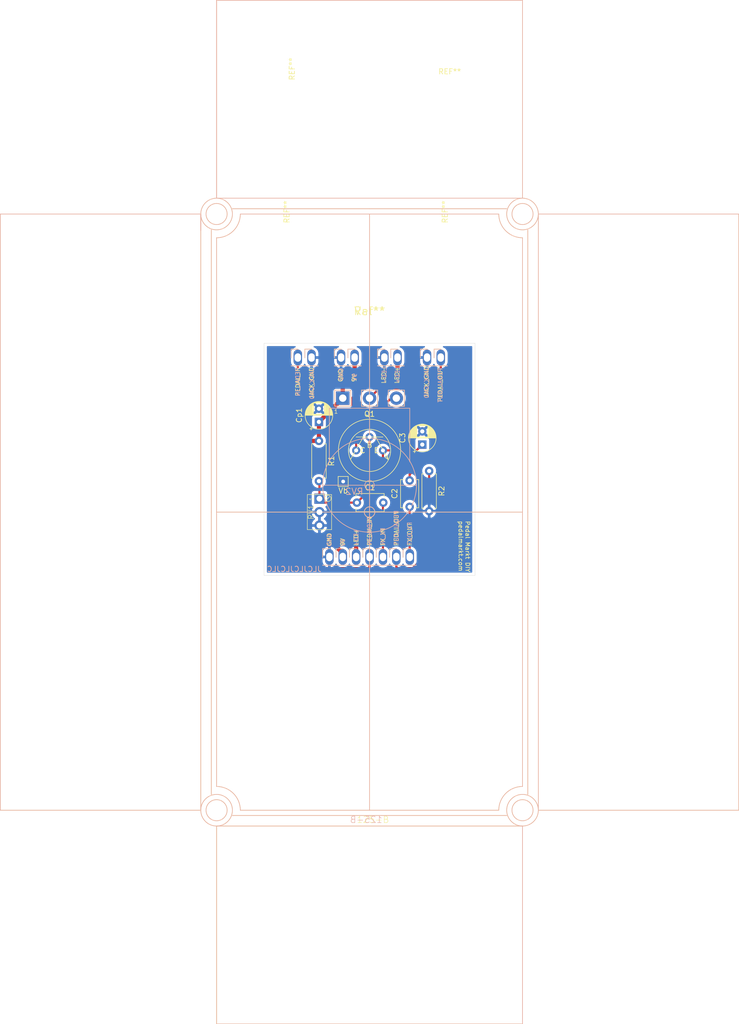
<source format=kicad_pcb>
(kicad_pcb (version 20171130) (host pcbnew "(5.1.5-0-10_14)")

  (general
    (thickness 1.6)
    (drawings 10)
    (tracks 67)
    (zones 0)
    (modules 27)
    (nets 12)
  )

  (page A4)
  (layers
    (0 F.Cu signal)
    (31 B.Cu signal)
    (32 B.Adhes user)
    (33 F.Adhes user)
    (34 B.Paste user)
    (35 F.Paste user)
    (36 B.SilkS user)
    (37 F.SilkS user)
    (38 B.Mask user)
    (39 F.Mask user)
    (40 Dwgs.User user)
    (41 Cmts.User user)
    (42 Eco1.User user)
    (43 Eco2.User user)
    (44 Edge.Cuts user)
    (45 Margin user)
    (46 B.CrtYd user)
    (47 F.CrtYd user)
    (48 B.Fab user)
    (49 F.Fab user)
  )

  (setup
    (last_trace_width 0.4)
    (trace_clearance 0.4)
    (zone_clearance 0.508)
    (zone_45_only no)
    (trace_min 0.2)
    (via_size 0.8)
    (via_drill 0.4)
    (via_min_size 0.4)
    (via_min_drill 0.3)
    (uvia_size 0.3)
    (uvia_drill 0.1)
    (uvias_allowed no)
    (uvia_min_size 0.2)
    (uvia_min_drill 0.1)
    (edge_width 0.05)
    (segment_width 0.2)
    (pcb_text_width 0.3)
    (pcb_text_size 1.5 1.5)
    (mod_edge_width 0.12)
    (mod_text_size 1 1)
    (mod_text_width 0.15)
    (pad_size 1.524 1.524)
    (pad_drill 0.762)
    (pad_to_mask_clearance 0.051)
    (solder_mask_min_width 0.25)
    (aux_axis_origin 0 0)
    (visible_elements FFFFFF7F)
    (pcbplotparams
      (layerselection 0x010fc_ffffffff)
      (usegerberextensions false)
      (usegerberattributes false)
      (usegerberadvancedattributes false)
      (creategerberjobfile false)
      (excludeedgelayer true)
      (linewidth 0.100000)
      (plotframeref false)
      (viasonmask false)
      (mode 1)
      (useauxorigin false)
      (hpglpennumber 1)
      (hpglpenspeed 20)
      (hpglpendiameter 15.000000)
      (psnegative false)
      (psa4output false)
      (plotreference true)
      (plotvalue true)
      (plotinvisibletext false)
      (padsonsilk false)
      (subtractmaskfromsilk false)
      (outputformat 1)
      (mirror false)
      (drillshape 0)
      (scaleselection 1)
      (outputdirectory "gerbers/"))
  )

  (net 0 "")
  (net 1 GND)
  (net 2 FX_IN)
  (net 3 "Net-(C1-Pad1)")
  (net 4 "Net-(C2-Pad2)")
  (net 5 FX_OUT)
  (net 6 "Net-(C3-Pad1)")
  (net 7 +9V)
  (net 8 "Net-(H4-Pad1)")
  (net 9 "Net-(H5-Pad1)")
  (net 10 "Net-(H6-Pad1)")
  (net 11 "Net-(Q1-Pad1)")

  (net_class Default "This is the default net class."
    (clearance 0.4)
    (trace_width 0.4)
    (via_dia 0.8)
    (via_drill 0.4)
    (uvia_dia 0.3)
    (uvia_drill 0.1)
    (add_net FX_IN)
    (add_net FX_OUT)
    (add_net GND)
    (add_net "Net-(C1-Pad1)")
    (add_net "Net-(C2-Pad2)")
    (add_net "Net-(C3-Pad1)")
    (add_net "Net-(H4-Pad1)")
    (add_net "Net-(H5-Pad1)")
    (add_net "Net-(Q1-Pad1)")
  )

  (net_class PWR ""
    (clearance 0.4)
    (trace_width 0.8)
    (via_dia 1)
    (via_drill 0.4)
    (uvia_dia 0.3)
    (uvia_drill 0.1)
    (add_net +9V)
    (add_net "Net-(H6-Pad1)")
  )

  (module TestPoint:TestPoint_THTPad_1.5x1.5mm_Drill0.7mm (layer F.Cu) (tedit 5A0F774F) (tstamp 61761A3A)
    (at 95 94.2)
    (descr "THT rectangular pad as test Point, square 1.5mm side length, hole diameter 0.7mm")
    (tags "test point THT pad rectangle square")
    (path /613FCD57/6175E388)
    (attr virtual)
    (fp_text reference TP1 (at 0 -1.648) (layer F.SilkS) hide
      (effects (font (size 1 1) (thickness 0.15)))
    )
    (fp_text value Vb (at 0 1.75) (layer F.SilkS)
      (effects (font (size 1 1) (thickness 0.15)))
    )
    (fp_line (start 1.25 1.25) (end -1.25 1.25) (layer F.CrtYd) (width 0.05))
    (fp_line (start 1.25 1.25) (end 1.25 -1.25) (layer F.CrtYd) (width 0.05))
    (fp_line (start -1.25 -1.25) (end -1.25 1.25) (layer F.CrtYd) (width 0.05))
    (fp_line (start -1.25 -1.25) (end 1.25 -1.25) (layer F.CrtYd) (width 0.05))
    (fp_line (start -0.95 0.95) (end -0.95 -0.95) (layer F.SilkS) (width 0.12))
    (fp_line (start 0.95 0.95) (end -0.95 0.95) (layer F.SilkS) (width 0.12))
    (fp_line (start 0.95 -0.95) (end 0.95 0.95) (layer F.SilkS) (width 0.12))
    (fp_line (start -0.95 -0.95) (end 0.95 -0.95) (layer F.SilkS) (width 0.12))
    (fp_text user %R (at 0 -1.65) (layer F.Fab)
      (effects (font (size 1 1) (thickness 0.15)))
    )
    (pad 1 thru_hole rect (at 0 0) (size 1.5 1.5) (drill 0.7) (layers *.Cu *.Mask)
      (net 3 "Net-(C1-Pad1)"))
  )

  (module "MBv3 enclosures:125B" (layer F.Cu) (tedit 0) (tstamp 6140C8CE)
    (at 100 100)
    (attr virtual)
    (fp_text reference "" (at 0 0) (layer F.SilkS)
      (effects (font (size 1.524 1.524) (thickness 0.15)))
    )
    (fp_text value "" (at 0 0) (layer F.SilkS)
      (effects (font (size 1.524 1.524) (thickness 0.15)))
    )
    (fp_circle (center 0 0) (end 1 0) (layer B.SilkS) (width 0.127))
    (fp_line (start 29 52) (end 29 0) (layer B.SilkS) (width 0.127))
    (fp_arc (start 29 56.5) (end 29 52) (angle -90) (layer B.SilkS) (width 0.127))
    (fp_line (start 24.5 56.5) (end 0 56.5) (layer B.SilkS) (width 0.127))
    (fp_arc (start -29 56.5) (end -24.5 56.5) (angle -90) (layer B.SilkS) (width 0.127))
    (fp_line (start 0 56.5) (end -24.5 56.5) (layer B.SilkS) (width 0.127))
    (fp_line (start -29 52) (end -29 0) (layer B.SilkS) (width 0.127))
    (fp_line (start 0 0) (end 0 56.5) (layer B.SilkS) (width 0.127))
    (fp_line (start 29 0) (end 0 0) (layer B.SilkS) (width 0.127))
    (fp_line (start 29 0) (end 29 -52) (layer B.SilkS) (width 0.127))
    (fp_arc (start 29 -56.5) (end 24.5 -56.5) (angle -90) (layer B.SilkS) (width 0.127))
    (fp_line (start 24.5 -56.5) (end 0 -56.5) (layer B.SilkS) (width 0.127))
    (fp_arc (start -29 -56.5) (end -29 -52) (angle -90) (layer B.SilkS) (width 0.127))
    (fp_line (start 0 -56.5) (end -24.5 -56.5) (layer B.SilkS) (width 0.127))
    (fp_line (start -29 0) (end -29 -52) (layer B.SilkS) (width 0.127))
    (fp_line (start 0 0) (end -29 0) (layer B.SilkS) (width 0.127))
    (fp_line (start 0 -56.5) (end 0 0) (layer B.SilkS) (width 0.127))
    (fp_line (start -29 97) (end -29 59.5) (layer B.SilkS) (width 0.127))
    (fp_line (start 29 97) (end -29 97) (layer B.SilkS) (width 0.127))
    (fp_line (start 29 59.5) (end 29 97) (layer B.SilkS) (width 0.127))
    (fp_line (start 29 59.5) (end 29 97) (layer B.SilkS) (width 0.127))
    (fp_line (start 70 56.5) (end 32 56.5) (layer B.SilkS) (width 0.127))
    (fp_line (start 70 -56.5) (end 70 56.5) (layer B.SilkS) (width 0.127))
    (fp_line (start 32 -56.5) (end 70 -56.5) (layer B.SilkS) (width 0.127))
    (fp_line (start 29 -97) (end 29 -59.5) (layer B.SilkS) (width 0.127))
    (fp_line (start -29 -97) (end 29 -97) (layer B.SilkS) (width 0.127))
    (fp_line (start -29 -59.5) (end -29 -97) (layer B.SilkS) (width 0.127))
    (fp_line (start -70 -56.5) (end -32 -56.5) (layer B.SilkS) (width 0.127))
    (fp_line (start -70 56.5) (end -70 -56.5) (layer B.SilkS) (width 0.127))
    (fp_line (start -32 56.5) (end -70 56.5) (layer B.SilkS) (width 0.127))
    (fp_line (start -29 -59.5) (end -29 -97) (layer B.SilkS) (width 0.127))
    (fp_line (start -32 -53.365) (end -32 -56.5) (layer B.SilkS) (width 0.127))
    (fp_line (start -32 -56.5) (end -32 -53.365) (layer B.SilkS) (width 0.127))
    (fp_line (start -32 56.5) (end -32 -56.5) (layer B.SilkS) (width 0.127))
    (fp_circle (center 29 -56.5) (end 32 -56.5) (layer B.SilkS) (width 0.127))
    (fp_circle (center 29 -56.5) (end 31 -56.5) (layer B.SilkS) (width 0.127))
    (fp_circle (center -29 -56.5) (end -27 -56.5) (layer B.SilkS) (width 0.127))
    (fp_circle (center -29 -56.5) (end -26 -56.5) (layer B.SilkS) (width 0.127))
    (fp_circle (center -29 56.5) (end -27 56.5) (layer B.SilkS) (width 0.127))
    (fp_circle (center -29 56.5) (end -26 56.5) (layer B.SilkS) (width 0.127))
    (fp_text user 125-B (at 2.5 59) (layer B.SilkS)
      (effects (font (size 1.2065 1.2065) (thickness 0.1016)) (justify left bottom mirror))
    )
    (fp_circle (center 29 56.5) (end 31 56.5) (layer B.SilkS) (width 0.127))
    (fp_circle (center 29 56.5) (end 32 56.5) (layer B.SilkS) (width 0.127))
    (fp_line (start 29 59.5) (end -29 59.5) (layer B.SilkS) (width 0.127))
    (fp_line (start 32 -56.5) (end 32 56.5) (layer B.SilkS) (width 0.127))
    (fp_line (start -29 -59.5) (end 29 -59.5) (layer B.SilkS) (width 0.127))
    (fp_line (start 0 -57.5) (end 26 -57.5) (layer B.SilkS) (width 0.127))
    (fp_line (start -26 -57.5) (end 0 -57.5) (layer B.SilkS) (width 0.127))
    (fp_line (start -30 0) (end -30 -53.5) (layer B.SilkS) (width 0.127))
    (fp_line (start -30 53.5) (end -30 0) (layer B.SilkS) (width 0.127))
    (fp_line (start 30 0) (end 30 -53.5) (layer B.SilkS) (width 0.127))
    (fp_line (start 30 53.5) (end 30 0) (layer B.SilkS) (width 0.127))
    (fp_line (start 0 57.5) (end 26 57.5) (layer B.SilkS) (width 0.127))
    (fp_line (start -26 57.5) (end 0 57.5) (layer B.SilkS) (width 0.127))
    (fp_circle (center 0 0) (end 1 0) (layer F.SilkS) (width 0.127))
    (fp_line (start -29 52) (end -29 0) (layer F.SilkS) (width 0.127))
    (fp_arc (start -29 56.5) (end -29 52) (angle 90) (layer F.SilkS) (width 0.127))
    (fp_line (start -24.5 56.5) (end 0 56.5) (layer F.SilkS) (width 0.127))
    (fp_arc (start 29 56.5) (end 24.5 56.5) (angle 90) (layer F.SilkS) (width 0.127))
    (fp_line (start 0 56.5) (end 24.5 56.5) (layer F.SilkS) (width 0.127))
    (fp_line (start 29 52) (end 29 0) (layer F.SilkS) (width 0.127))
    (fp_line (start 0 0) (end 0 56.5) (layer F.SilkS) (width 0.127))
    (fp_line (start -29 0) (end 0 0) (layer F.SilkS) (width 0.127))
    (fp_line (start -29 0) (end -29 -52) (layer F.SilkS) (width 0.127))
    (fp_arc (start -29 -56.5) (end -24.5 -56.5) (angle 90) (layer F.SilkS) (width 0.127))
    (fp_line (start -24.5 -56.5) (end 0 -56.5) (layer F.SilkS) (width 0.127))
    (fp_arc (start 29 -56.5) (end 29 -52) (angle 90) (layer F.SilkS) (width 0.127))
    (fp_line (start 0 -56.5) (end 24.5 -56.5) (layer F.SilkS) (width 0.127))
    (fp_line (start 29 0) (end 29 -52) (layer F.SilkS) (width 0.127))
    (fp_line (start 0 0) (end 29 0) (layer F.SilkS) (width 0.127))
    (fp_line (start 0 -56.5) (end 0 0) (layer F.SilkS) (width 0.127))
    (fp_line (start 29 97) (end 29 59.5) (layer F.SilkS) (width 0.127))
    (fp_line (start -29 97) (end 29 97) (layer F.SilkS) (width 0.127))
    (fp_line (start -29 59.5) (end -29 97) (layer F.SilkS) (width 0.127))
    (fp_line (start -29 59.5) (end -29 97) (layer F.SilkS) (width 0.127))
    (fp_line (start -70 56.5) (end -32 56.5) (layer F.SilkS) (width 0.127))
    (fp_line (start -70 -56.5) (end -70 56.5) (layer F.SilkS) (width 0.127))
    (fp_line (start -32 -56.5) (end -70 -56.5) (layer F.SilkS) (width 0.127))
    (fp_line (start -29 -97) (end -29 -59.5) (layer F.SilkS) (width 0.127))
    (fp_line (start 29 -97) (end -29 -97) (layer F.SilkS) (width 0.127))
    (fp_line (start 29 -59.5) (end 29 -97) (layer F.SilkS) (width 0.127))
    (fp_line (start 70 -56.5) (end 32 -56.5) (layer F.SilkS) (width 0.127))
    (fp_line (start 70 56.5) (end 70 -56.5) (layer F.SilkS) (width 0.127))
    (fp_line (start 32 56.5) (end 70 56.5) (layer F.SilkS) (width 0.127))
    (fp_line (start 29 -59.5) (end 29 -97) (layer F.SilkS) (width 0.127))
    (fp_line (start 32 -53.365) (end 32 -56.5) (layer F.SilkS) (width 0.127))
    (fp_line (start 32 -56.5) (end 32 -53.365) (layer F.SilkS) (width 0.127))
    (fp_line (start 32 56.5) (end 32 -56.5) (layer F.SilkS) (width 0.127))
    (fp_circle (center -29 -56.5) (end -26 -56.5) (layer F.SilkS) (width 0.127))
    (fp_circle (center -29 -56.5) (end -27 -56.5) (layer F.SilkS) (width 0.127))
    (fp_circle (center 29 -56.5) (end 31 -56.5) (layer F.SilkS) (width 0.127))
    (fp_circle (center 29 -56.5) (end 32 -56.5) (layer F.SilkS) (width 0.127))
    (fp_circle (center 29 56.5) (end 31 56.5) (layer F.SilkS) (width 0.127))
    (fp_circle (center 29 56.5) (end 32 56.5) (layer F.SilkS) (width 0.127))
    (fp_text user 125-B (at -2.5 59) (layer F.SilkS)
      (effects (font (size 1.2065 1.2065) (thickness 0.1016)) (justify left bottom))
    )
    (fp_circle (center -29 56.5) (end -27 56.5) (layer F.SilkS) (width 0.127))
    (fp_circle (center -29 56.5) (end -26 56.5) (layer F.SilkS) (width 0.127))
    (fp_line (start -29 59.5) (end 29 59.5) (layer F.SilkS) (width 0.127))
    (fp_line (start -32 -56.5) (end -32 56.5) (layer F.SilkS) (width 0.127))
    (fp_line (start 29 -59.5) (end -29 -59.5) (layer F.SilkS) (width 0.127))
    (fp_line (start 0 -57.5) (end -26 -57.5) (layer F.SilkS) (width 0.127))
    (fp_line (start 26 -57.5) (end 0 -57.5) (layer F.SilkS) (width 0.127))
    (fp_line (start 30 0) (end 30 -53.5) (layer F.SilkS) (width 0.127))
    (fp_line (start 30 53.5) (end 30 0) (layer F.SilkS) (width 0.127))
    (fp_line (start -30 0) (end -30 -53.5) (layer F.SilkS) (width 0.127))
    (fp_line (start -30 53.5) (end -30 0) (layer F.SilkS) (width 0.127))
    (fp_line (start 0 57.5) (end -26 57.5) (layer F.SilkS) (width 0.127))
    (fp_line (start 26 57.5) (end 0 57.5) (layer F.SilkS) (width 0.127))
  )

  (module pedal-component-footprint:Transistor_TO-5_CBE_d10.1mm (layer F.Cu) (tedit 61756C6A) (tstamp 61760162)
    (at 100 88.3)
    (path /613FCD57/61408FFB)
    (fp_text reference Q1 (at 0 -6.9) (layer F.SilkS)
      (effects (font (size 1 1) (thickness 0.15)))
    )
    (fp_text value Q_NPN_CBE (at 0 -6.8) (layer F.Fab)
      (effects (font (size 1 1) (thickness 0.15)))
    )
    (fp_circle (center 0 0) (end 0 5.9) (layer F.SilkS) (width 0.12))
    (fp_circle (center 0 0) (end 0 4) (layer F.SilkS) (width 0.12))
    (fp_text user C (at -1.3 0) (layer F.SilkS)
      (effects (font (size 1 1) (thickness 0.15)))
    )
    (fp_text user E (at 1.3 0) (layer F.SilkS)
      (effects (font (size 1 1) (thickness 0.15)))
    )
    (fp_text user B (at 0 -1) (layer F.SilkS)
      (effects (font (size 1 1) (thickness 0.15)))
    )
    (fp_line (start -2.54 -2.54) (end 2.54 -2.54) (layer F.SilkS) (width 0.12))
    (fp_line (start -1.2 -2.5) (end -3.6 1.7) (layer F.SilkS) (width 0.12))
    (fp_line (start 1.2 -2.5) (end 3.5 1.7) (layer F.SilkS) (width 0.12))
    (fp_line (start 0 -2.6) (end 0 -4) (layer F.SilkS) (width 0.12))
    (fp_line (start 3.5 1.7) (end 3.4 0.9) (layer F.SilkS) (width 0.12))
    (fp_line (start 3.5 1.7) (end 2.9 1.3) (layer F.SilkS) (width 0.12))
    (pad 1 thru_hole circle (at -2.54 0) (size 1.524 1.524) (drill 0.762) (layers *.Cu *.Mask)
      (net 11 "Net-(Q1-Pad1)"))
    (pad 2 thru_hole circle (at 0 -2.54) (size 1.524 1.524) (drill 0.762) (layers *.Cu *.Mask)
      (net 3 "Net-(C1-Pad1)"))
    (pad 3 thru_hole circle (at 2.54 0) (size 1.524 1.524) (drill 0.762) (layers *.Cu *.Mask)
      (net 6 "Net-(C3-Pad1)"))
  )

  (module pedal-component-footprint:PinHeader_1x01_P2.54mm_Long_Front_Back (layer F.Cu) (tedit 613F800B) (tstamp 61413561)
    (at 97.17 70.7)
    (descr "Through hole straight pin header, 1x01, 2.54mm pitch, single row")
    (tags "Through hole pin header THT 1x01 2.54mm single row")
    (path /613FCD57/6143E666)
    (fp_text reference H8 (at 0 -2.6) (layer F.Fab)
      (effects (font (size 1 1) (thickness 0.15)) (justify mirror))
    )
    (fp_text value 9V (at -0.1 4.7 90) (layer F.SilkS)
      (effects (font (size 0.8 0.8) (thickness 0.12)) (justify left))
    )
    (fp_line (start -1.27 1.57) (end -1.27 0.01) (layer F.Fab) (width 0.12))
    (fp_line (start 1.27 1.57) (end -1.27 1.57) (layer F.Fab) (width 0.12))
    (fp_line (start 1.27 -1.59) (end 1.27 1.57) (layer F.Fab) (width 0.12))
    (fp_line (start -1.27 -1.59) (end 1.27 -1.59) (layer F.Fab) (width 0.12))
    (fp_line (start -1.27 0.01) (end -1.27 -1.59) (layer F.Fab) (width 0.12))
    (fp_text user %V (at 0 4.5 90) (layer B.SilkS)
      (effects (font (size 0.8 0.8) (thickness 0.12)) (justify right mirror))
    )
    (fp_line (start -1.28 1.58) (end 1.26 1.58) (layer B.SilkS) (width 0.12))
    (fp_line (start -1.2665 -1.59) (end 0.0635 -1.59) (layer B.SilkS) (width 0.12))
    (fp_line (start -1.27 0.0635) (end -1.2665 -1.59) (layer B.SilkS) (width 0.12))
    (fp_text user %R (at 0 0 90) (layer F.Fab)
      (effects (font (size 1 1) (thickness 0.15)))
    )
    (fp_line (start -1.27 -1.59) (end 0.06 -1.59) (layer F.SilkS) (width 0.12))
    (fp_line (start -1.2665 0.0635) (end -1.27 -1.59) (layer F.SilkS) (width 0.12))
    (fp_line (start -1.28 1.5765) (end 1.26 1.58) (layer F.SilkS) (width 0.12))
    (fp_line (start 1.26 1.58) (end -1.28 1.58) (layer F.Fab) (width 0.1))
    (pad 1 thru_hole oval (at 0 0) (size 1.6 3) (drill oval 1.2 1.6) (layers *.Cu *.Mask)
      (net 7 +9V))
    (model ${KISYS3DMOD}/Connector_PinHeader_2.54mm.3dshapes/PinHeader_1x01_P2.54mm_Vertical.wrl
      (at (xyz 0 0 0))
      (scale (xyz 1 1 1))
      (rotate (xyz 0 0 0))
    )
  )

  (module pedal-component-footprint:PinHeader_1x01_P2.54mm_Long_Front_Back (layer F.Cu) (tedit 613F800B) (tstamp 6141354E)
    (at 94.6 70.7)
    (descr "Through hole straight pin header, 1x01, 2.54mm pitch, single row")
    (tags "Through hole pin header THT 1x01 2.54mm single row")
    (path /613FCD57/6143D2EA)
    (fp_text reference H7 (at 0 -2.6) (layer F.Fab)
      (effects (font (size 1 1) (thickness 0.15)) (justify mirror))
    )
    (fp_text value GND (at -0.1 4.7 90) (layer F.SilkS)
      (effects (font (size 0.8 0.8) (thickness 0.12)) (justify left))
    )
    (fp_line (start -1.27 1.57) (end -1.27 0.01) (layer F.Fab) (width 0.12))
    (fp_line (start 1.27 1.57) (end -1.27 1.57) (layer F.Fab) (width 0.12))
    (fp_line (start 1.27 -1.59) (end 1.27 1.57) (layer F.Fab) (width 0.12))
    (fp_line (start -1.27 -1.59) (end 1.27 -1.59) (layer F.Fab) (width 0.12))
    (fp_line (start -1.27 0.01) (end -1.27 -1.59) (layer F.Fab) (width 0.12))
    (fp_text user %V (at 0 4.5 90) (layer B.SilkS)
      (effects (font (size 0.8 0.8) (thickness 0.12)) (justify right mirror))
    )
    (fp_line (start -1.28 1.58) (end 1.26 1.58) (layer B.SilkS) (width 0.12))
    (fp_line (start -1.2665 -1.59) (end 0.0635 -1.59) (layer B.SilkS) (width 0.12))
    (fp_line (start -1.27 0.0635) (end -1.2665 -1.59) (layer B.SilkS) (width 0.12))
    (fp_text user %R (at 0 0 90) (layer F.Fab)
      (effects (font (size 1 1) (thickness 0.15)))
    )
    (fp_line (start -1.27 -1.59) (end 0.06 -1.59) (layer F.SilkS) (width 0.12))
    (fp_line (start -1.2665 0.0635) (end -1.27 -1.59) (layer F.SilkS) (width 0.12))
    (fp_line (start -1.28 1.5765) (end 1.26 1.58) (layer F.SilkS) (width 0.12))
    (fp_line (start 1.26 1.58) (end -1.28 1.58) (layer F.Fab) (width 0.1))
    (pad 1 thru_hole oval (at 0 0) (size 1.6 3) (drill oval 1.2 1.6) (layers *.Cu *.Mask)
      (net 1 GND))
    (model ${KISYS3DMOD}/Connector_PinHeader_2.54mm.3dshapes/PinHeader_1x01_P2.54mm_Vertical.wrl
      (at (xyz 0 0 0))
      (scale (xyz 1 1 1))
      (rotate (xyz 0 0 0))
    )
  )

  (module "MBv3 potentiometers:16MM_B.MOUNT_BANZAI" (layer F.Cu) (tedit 5DF7F782) (tstamp 61412120)
    (at 100 78.4 180)
    (descr "<b>16mm / Right-Angle /  PC Mount / Short Pin</b>\n<p>\nFor bottom-mount potentiometers\n<p>\n<a href=\"http://smallbear-electronics.mybigcommerce.com/alpha-single-gang-16mm-right-angle-pc-mount/\">http://smallbear-electronics.mybigcommerce.com/alpha-single-gang-16mm-right-angle-pc-mount/</a>")
    (path /613FCD57/6140901B)
    (fp_text reference RV2 (at 2.9 -17.7) (layer B.SilkS)
      (effects (font (size 1.2065 1.2065) (thickness 0.1524)) (justify mirror))
    )
    (fp_text value A10K (at 0 2.9) (layer F.SilkS) hide
      (effects (font (size 1 1) (thickness 0.15)))
    )
    (fp_line (start 6.604 1.524) (end 6.604 -1.524) (layer B.SilkS) (width 0.127))
    (fp_line (start 3.556 1.524) (end 6.604 1.524) (layer B.SilkS) (width 0.127))
    (fp_line (start 3.556 -1.524) (end 3.556 1.524) (layer B.SilkS) (width 0.127))
    (fp_line (start 1.524 1.524) (end 1.524 -1.524) (layer B.SilkS) (width 0.127))
    (fp_line (start -1.524 1.524) (end 1.524 1.524) (layer B.SilkS) (width 0.127))
    (fp_line (start -1.524 -1.524) (end -1.524 1.524) (layer B.SilkS) (width 0.127))
    (fp_line (start -3.556 1.524) (end -3.556 -1.524) (layer B.SilkS) (width 0.127))
    (fp_line (start -6.604 1.524) (end -3.556 1.524) (layer B.SilkS) (width 0.127))
    (fp_line (start -6.604 -1.524) (end -6.604 1.524) (layer B.SilkS) (width 0.127))
    (fp_line (start 3.556 -1.524) (end 6.604 -1.524) (layer B.SilkS) (width 0.127))
    (fp_line (start -1.524 -1.524) (end 1.524 -1.524) (layer B.SilkS) (width 0.127))
    (fp_line (start -6.604 -1.524) (end -3.556 -1.524) (layer B.SilkS) (width 0.127))
    (fp_text user 1 (at 6.35 -2.54) (layer F.SilkS)
      (effects (font (size 0.77216 0.77216) (thickness 0.097536)))
    )
    (fp_line (start -7.62 -1.905) (end 7.62 -1.905) (layer B.SilkS) (width 0.127))
    (fp_line (start -8.89 -16.51) (end 8.89 -16.5) (layer B.SilkS) (width 0.127))
    (fp_line (start 0 -7.61) (end 0 -25.39) (layer B.SilkS) (width 0.127))
    (fp_line (start 6.604 1.524) (end 6.604 -1.524) (layer F.SilkS) (width 0.127))
    (fp_line (start 3.556 1.524) (end 6.604 1.524) (layer F.SilkS) (width 0.127))
    (fp_line (start 3.556 -1.524) (end 3.556 1.524) (layer F.SilkS) (width 0.127))
    (fp_line (start 1.524 1.524) (end 1.524 -1.524) (layer F.SilkS) (width 0.127))
    (fp_line (start -1.524 1.524) (end 1.524 1.524) (layer F.SilkS) (width 0.127))
    (fp_line (start -1.524 -1.524) (end -1.524 1.524) (layer F.SilkS) (width 0.127))
    (fp_line (start -3.556 1.524) (end -3.556 -1.524) (layer F.SilkS) (width 0.127))
    (fp_line (start -6.604 1.524) (end -3.556 1.524) (layer F.SilkS) (width 0.127))
    (fp_line (start -6.604 -1.524) (end -6.604 1.524) (layer F.SilkS) (width 0.127))
    (fp_line (start 7.62 -1.905) (end 7.62 -12.065) (layer B.SilkS) (width 0.127))
    (fp_line (start 3.556 -1.524) (end 6.604 -1.524) (layer F.SilkS) (width 0.127))
    (fp_line (start -1.524 -1.524) (end 1.524 -1.524) (layer F.SilkS) (width 0.127))
    (fp_line (start -6.604 -1.524) (end -3.556 -1.524) (layer F.SilkS) (width 0.127))
    (fp_line (start -7.62 -12.065) (end -7.62 -1.905) (layer B.SilkS) (width 0.127))
    (fp_arc (start 0 -16.51) (end 0 -7.62) (angle 90) (layer B.SilkS) (width 0.127))
    (fp_arc (start 0 -16.5) (end 8.89 -16.5) (angle 90) (layer B.SilkS) (width 0.127))
    (fp_arc (start 0.000099 -16.510101) (end 0 -25.400002) (angle 90.001289) (layer B.SilkS) (width 0.127))
    (fp_arc (start -0.000099 -16.510099) (end -8.89 -16.51) (angle 90.001289) (layer B.SilkS) (width 0.127))
    (fp_circle (center 0 -16.5) (end 0.898 -16.5) (layer B.SilkS) (width 0.127))
    (pad 3 thru_hole oval (at -5.08 0) (size 2.54 2.54) (drill 1.4) (layers *.Cu *.Mask)
      (net 11 "Net-(Q1-Pad1)"))
    (pad 2 thru_hole oval (at 0 0) (size 2.54 2.54) (drill 1.4) (layers *.Cu *.Mask)
      (net 4 "Net-(C2-Pad2)"))
    (pad 1 thru_hole rect (at 5.08 0) (size 2.54 2.54) (drill 1.4) (layers *.Cu *.Mask)
      (net 7 +9V))
    (model /home/etienne/Documents/DIY/pcbs_designs/kicad_lib/Vrac/Alpha_16mm_Solder_Lugs.step
      (offset (xyz 0 16.5 -8.5))
      (scale (xyz 1 1 1))
      (rotate (xyz 0 0 -180))
    )
  )

  (module "MBv3 potentiometers:Trim_Multi_turns" (layer F.Cu) (tedit 5B4A1007) (tstamp 614120F6)
    (at 90.5 100 90)
    (tags "trim multi turn")
    (path /613FCD57/61409036)
    (fp_text reference RV1 (at 0 -1.6 90) (layer F.SilkS)
      (effects (font (size 1 1) (thickness 0.1)))
    )
    (fp_text value 100K (at 0 0 90) (layer F.SilkS) hide
      (effects (font (size 1 1) (thickness 0.15)))
    )
    (fp_text user 1 (at 2.5 -1.5 90) (layer F.SilkS)
      (effects (font (size 0.77216 0.77216) (thickness 0.065024)))
    )
    (fp_line (start -3.32 -2.3) (end -3.32 2.3) (layer F.SilkS) (width 0.1))
    (fp_line (start 3.32 2.3) (end -3.32 2.3) (layer F.SilkS) (width 0.1))
    (fp_line (start 3.32 -2.3) (end 3.32 2.3) (layer F.SilkS) (width 0.1))
    (fp_line (start -3.32 -2.3) (end 3.32 -2.3) (layer F.SilkS) (width 0.1))
    (fp_circle (center 2.6 1.6) (end 2.6 2.2) (layer F.SilkS) (width 0.1))
    (fp_line (start 2.3 1.3) (end 2.9 1.9) (layer F.SilkS) (width 0.1))
    (pad 3 thru_hole oval (at -2.54 0 90) (size 1.9304 1.9304) (drill 1.1) (layers *.Cu *.Mask)
      (net 1 GND))
    (pad 2 thru_hole oval (at 0 0 90) (size 1.9304 1.9304) (drill 1.1) (layers *.Cu *.Mask)
      (net 1 GND))
    (pad 1 thru_hole rect (at 2.54 0 90) (size 1.9304 1.9304) (drill 1.1) (layers *.Cu *.Mask)
      (net 3 "Net-(C1-Pad1)"))
  )

  (module Resistor_THT:R_Axial_DIN0207_L6.3mm_D2.5mm_P7.62mm_Horizontal (layer F.Cu) (tedit 5AE5139B) (tstamp 614120E8)
    (at 111.3 92.2 270)
    (descr "Resistor, Axial_DIN0207 series, Axial, Horizontal, pin pitch=7.62mm, 0.25W = 1/4W, length*diameter=6.3*2.5mm^2, http://cdn-reichelt.de/documents/datenblatt/B400/1_4W%23YAG.pdf")
    (tags "Resistor Axial_DIN0207 series Axial Horizontal pin pitch 7.62mm 0.25W = 1/4W length 6.3mm diameter 2.5mm")
    (path /613FCD57/61409001)
    (fp_text reference R2 (at 3.81 -2.37 90) (layer F.SilkS)
      (effects (font (size 1 1) (thickness 0.15)))
    )
    (fp_text value 3.9K (at 3.81 2.37 90) (layer F.Fab)
      (effects (font (size 1 1) (thickness 0.15)))
    )
    (fp_text user %R (at 3.81 0 90) (layer F.Fab)
      (effects (font (size 1 1) (thickness 0.15)))
    )
    (fp_line (start 8.67 -1.5) (end -1.05 -1.5) (layer F.CrtYd) (width 0.05))
    (fp_line (start 8.67 1.5) (end 8.67 -1.5) (layer F.CrtYd) (width 0.05))
    (fp_line (start -1.05 1.5) (end 8.67 1.5) (layer F.CrtYd) (width 0.05))
    (fp_line (start -1.05 -1.5) (end -1.05 1.5) (layer F.CrtYd) (width 0.05))
    (fp_line (start 7.08 1.37) (end 7.08 1.04) (layer F.SilkS) (width 0.12))
    (fp_line (start 0.54 1.37) (end 7.08 1.37) (layer F.SilkS) (width 0.12))
    (fp_line (start 0.54 1.04) (end 0.54 1.37) (layer F.SilkS) (width 0.12))
    (fp_line (start 7.08 -1.37) (end 7.08 -1.04) (layer F.SilkS) (width 0.12))
    (fp_line (start 0.54 -1.37) (end 7.08 -1.37) (layer F.SilkS) (width 0.12))
    (fp_line (start 0.54 -1.04) (end 0.54 -1.37) (layer F.SilkS) (width 0.12))
    (fp_line (start 7.62 0) (end 6.96 0) (layer F.Fab) (width 0.1))
    (fp_line (start 0 0) (end 0.66 0) (layer F.Fab) (width 0.1))
    (fp_line (start 6.96 -1.25) (end 0.66 -1.25) (layer F.Fab) (width 0.1))
    (fp_line (start 6.96 1.25) (end 6.96 -1.25) (layer F.Fab) (width 0.1))
    (fp_line (start 0.66 1.25) (end 6.96 1.25) (layer F.Fab) (width 0.1))
    (fp_line (start 0.66 -1.25) (end 0.66 1.25) (layer F.Fab) (width 0.1))
    (pad 2 thru_hole oval (at 7.62 0 270) (size 1.6 1.6) (drill 0.8) (layers *.Cu *.Mask)
      (net 1 GND))
    (pad 1 thru_hole circle (at 0 0 270) (size 1.6 1.6) (drill 0.8) (layers *.Cu *.Mask)
      (net 6 "Net-(C3-Pad1)"))
    (model ${KISYS3DMOD}/Resistor_THT.3dshapes/R_Axial_DIN0207_L6.3mm_D2.5mm_P7.62mm_Horizontal.wrl
      (at (xyz 0 0 0))
      (scale (xyz 1 1 1))
      (rotate (xyz 0 0 0))
    )
  )

  (module Resistor_THT:R_Axial_DIN0207_L6.3mm_D2.5mm_P7.62mm_Horizontal (layer F.Cu) (tedit 5AE5139B) (tstamp 614120D1)
    (at 90.4 86.5 270)
    (descr "Resistor, Axial_DIN0207 series, Axial, Horizontal, pin pitch=7.62mm, 0.25W = 1/4W, length*diameter=6.3*2.5mm^2, http://cdn-reichelt.de/documents/datenblatt/B400/1_4W%23YAG.pdf")
    (tags "Resistor Axial_DIN0207 series Axial Horizontal pin pitch 7.62mm 0.25W = 1/4W length 6.3mm diameter 2.5mm")
    (path /613FCD57/61409007)
    (fp_text reference R1 (at 3.81 -2.37 90) (layer F.SilkS)
      (effects (font (size 1 1) (thickness 0.15)))
    )
    (fp_text value 470K (at 3.81 2.37 90) (layer F.Fab)
      (effects (font (size 1 1) (thickness 0.15)))
    )
    (fp_text user %R (at 3.81 0 90) (layer F.Fab)
      (effects (font (size 1 1) (thickness 0.15)))
    )
    (fp_line (start 8.67 -1.5) (end -1.05 -1.5) (layer F.CrtYd) (width 0.05))
    (fp_line (start 8.67 1.5) (end 8.67 -1.5) (layer F.CrtYd) (width 0.05))
    (fp_line (start -1.05 1.5) (end 8.67 1.5) (layer F.CrtYd) (width 0.05))
    (fp_line (start -1.05 -1.5) (end -1.05 1.5) (layer F.CrtYd) (width 0.05))
    (fp_line (start 7.08 1.37) (end 7.08 1.04) (layer F.SilkS) (width 0.12))
    (fp_line (start 0.54 1.37) (end 7.08 1.37) (layer F.SilkS) (width 0.12))
    (fp_line (start 0.54 1.04) (end 0.54 1.37) (layer F.SilkS) (width 0.12))
    (fp_line (start 7.08 -1.37) (end 7.08 -1.04) (layer F.SilkS) (width 0.12))
    (fp_line (start 0.54 -1.37) (end 7.08 -1.37) (layer F.SilkS) (width 0.12))
    (fp_line (start 0.54 -1.04) (end 0.54 -1.37) (layer F.SilkS) (width 0.12))
    (fp_line (start 7.62 0) (end 6.96 0) (layer F.Fab) (width 0.1))
    (fp_line (start 0 0) (end 0.66 0) (layer F.Fab) (width 0.1))
    (fp_line (start 6.96 -1.25) (end 0.66 -1.25) (layer F.Fab) (width 0.1))
    (fp_line (start 6.96 1.25) (end 6.96 -1.25) (layer F.Fab) (width 0.1))
    (fp_line (start 0.66 1.25) (end 6.96 1.25) (layer F.Fab) (width 0.1))
    (fp_line (start 0.66 -1.25) (end 0.66 1.25) (layer F.Fab) (width 0.1))
    (pad 2 thru_hole oval (at 7.62 0 270) (size 1.6 1.6) (drill 0.8) (layers *.Cu *.Mask)
      (net 3 "Net-(C1-Pad1)"))
    (pad 1 thru_hole circle (at 0 0 270) (size 1.6 1.6) (drill 0.8) (layers *.Cu *.Mask)
      (net 7 +9V))
    (model ${KISYS3DMOD}/Resistor_THT.3dshapes/R_Axial_DIN0207_L6.3mm_D2.5mm_P7.62mm_Horizontal.wrl
      (at (xyz 0 0 0))
      (scale (xyz 1 1 1))
      (rotate (xyz 0 0 0))
    )
  )

  (module pedal-component-footprint:BoardHeader_1x07_P2.54mm_Long_FXSide (layer F.Cu) (tedit 6140636B) (tstamp 614120AE)
    (at 100 108.5)
    (descr "Through hole straight pin header, 1x01, 2.54mm pitch, single row")
    (tags "Through hole pin header THT 1x01 2.54mm single row")
    (path /613FCD57/61420BBE)
    (fp_text reference J1 (at 0 4.318) (layer F.Fab)
      (effects (font (size 1 1) (thickness 0.15)) (justify mirror))
    )
    (fp_text value Conn_01x07_Male (at -5.842 2.54 180) (layer F.Fab)
      (effects (font (size 0.8 0.8) (thickness 0.12)) (justify left))
    )
    (fp_text user FX_OUT (at 7.62 -2.032 90) (layer F.SilkS)
      (effects (font (size 0.8 0.8) (thickness 0.12)) (justify left))
    )
    (fp_text user PEDAL_OUT (at 5.08 -2.032 90) (layer F.SilkS)
      (effects (font (size 0.8 0.8) (thickness 0.12)) (justify left))
    )
    (fp_text user FX_IN (at 2.54 -2.032 90) (layer F.SilkS)
      (effects (font (size 0.8 0.8) (thickness 0.12)) (justify left))
    )
    (fp_text user PEDAL_IN (at 0 -2.032 90) (layer F.SilkS)
      (effects (font (size 0.8 0.8) (thickness 0.12)) (justify left))
    )
    (fp_text user LED+ (at -2.54 -2.032 90) (layer F.SilkS)
      (effects (font (size 0.8 0.8) (thickness 0.12)) (justify left))
    )
    (fp_text user 9V (at -5.08 -2.032 90) (layer F.SilkS)
      (effects (font (size 0.8 0.8) (thickness 0.12)) (justify left))
    )
    (fp_text user GND (at -7.62 -2.032 90) (layer F.SilkS)
      (effects (font (size 0.8 0.8) (thickness 0.12)) (justify left))
    )
    (fp_text user FX_OUT (at 7.62 -2.2 90) (layer B.SilkS)
      (effects (font (size 0.8 0.8) (thickness 0.12)) (justify right mirror))
    )
    (fp_text user PEDAL_OUT (at 5.08 -2.2 90) (layer B.SilkS)
      (effects (font (size 0.8 0.8) (thickness 0.12)) (justify right mirror))
    )
    (fp_text user FX_IN (at 2.54 -2.2 90) (layer B.SilkS)
      (effects (font (size 0.8 0.8) (thickness 0.12)) (justify right mirror))
    )
    (fp_text user LED+ (at -2.54 -1.905 90) (layer B.SilkS)
      (effects (font (size 0.8 0.8) (thickness 0.12)) (justify right mirror))
    )
    (fp_text user 9V (at -5.08 -1.905 90) (layer B.SilkS)
      (effects (font (size 0.8 0.8) (thickness 0.12)) (justify right mirror))
    )
    (fp_text user GND (at -7.62 -1.905 90) (layer B.SilkS)
      (effects (font (size 0.8 0.8) (thickness 0.12)) (justify right mirror))
    )
    (fp_line (start 6.34 1.58) (end 8.88 1.58) (layer B.SilkS) (width 0.12))
    (fp_line (start 6.35 0.01) (end 6.35 -1.59) (layer F.Fab) (width 0.12))
    (fp_line (start 6.35 0.0635) (end 6.3535 -1.59) (layer B.SilkS) (width 0.12))
    (fp_line (start 6.35 -1.59) (end 7.68 -1.59) (layer F.SilkS) (width 0.12))
    (fp_line (start 6.35 -1.59) (end 8.89 -1.59) (layer F.Fab) (width 0.12))
    (fp_line (start 6.34 1.5765) (end 8.88 1.58) (layer F.SilkS) (width 0.12))
    (fp_line (start 8.88 1.58) (end 6.34 1.58) (layer F.Fab) (width 0.1))
    (fp_line (start 6.3535 -1.59) (end 7.6835 -1.59) (layer B.SilkS) (width 0.12))
    (fp_line (start 8.89 1.57) (end 6.35 1.57) (layer F.Fab) (width 0.12))
    (fp_line (start 6.35 1.57) (end 6.35 0.01) (layer F.Fab) (width 0.12))
    (fp_line (start 6.3535 0.0635) (end 6.35 -1.59) (layer F.SilkS) (width 0.12))
    (fp_line (start 8.89 -1.59) (end 8.89 1.57) (layer F.Fab) (width 0.12))
    (fp_text user %R (at 7.62 0 90) (layer F.Fab)
      (effects (font (size 1 1) (thickness 0.15)))
    )
    (fp_line (start 3.8 1.58) (end 6.34 1.58) (layer B.SilkS) (width 0.12))
    (fp_line (start 3.81 0.01) (end 3.81 -1.59) (layer F.Fab) (width 0.12))
    (fp_line (start 3.81 0.0635) (end 3.8135 -1.59) (layer B.SilkS) (width 0.12))
    (fp_line (start 3.81 -1.59) (end 6.35 -1.59) (layer F.Fab) (width 0.12))
    (fp_line (start 3.8 1.5765) (end 6.34 1.58) (layer F.SilkS) (width 0.12))
    (fp_line (start 6.34 1.58) (end 3.8 1.58) (layer F.Fab) (width 0.1))
    (fp_line (start 3.8135 -1.59) (end 5.1435 -1.59) (layer B.SilkS) (width 0.12))
    (fp_line (start 3.81 1.57) (end 3.81 0.01) (layer F.Fab) (width 0.12))
    (fp_line (start 3.8135 0.0635) (end 3.81 -1.59) (layer F.SilkS) (width 0.12))
    (fp_line (start 6.35 1.57) (end 3.81 1.57) (layer F.Fab) (width 0.12))
    (fp_line (start 3.81 -1.59) (end 5.14 -1.59) (layer F.SilkS) (width 0.12))
    (fp_line (start 6.35 -1.59) (end 6.35 1.57) (layer F.Fab) (width 0.12))
    (fp_text user %R (at 5.08 0 90) (layer F.Fab)
      (effects (font (size 1 1) (thickness 0.15)))
    )
    (fp_line (start 1.2735 0.0635) (end 1.27 -1.59) (layer F.SilkS) (width 0.12))
    (fp_line (start 3.81 1.57) (end 1.27 1.57) (layer F.Fab) (width 0.12))
    (fp_line (start 1.27 -1.59) (end 2.6 -1.59) (layer F.SilkS) (width 0.12))
    (fp_line (start 3.81 -1.59) (end 3.81 1.57) (layer F.Fab) (width 0.12))
    (fp_line (start 1.27 0.01) (end 1.27 -1.59) (layer F.Fab) (width 0.12))
    (fp_line (start 1.27 0.0635) (end 1.2735 -1.59) (layer B.SilkS) (width 0.12))
    (fp_line (start 1.27 -1.59) (end 3.81 -1.59) (layer F.Fab) (width 0.12))
    (fp_line (start 1.26 1.5765) (end 3.8 1.58) (layer F.SilkS) (width 0.12))
    (fp_line (start 3.8 1.58) (end 1.26 1.58) (layer F.Fab) (width 0.1))
    (fp_line (start 1.2735 -1.59) (end 2.6035 -1.59) (layer B.SilkS) (width 0.12))
    (fp_line (start 1.27 1.57) (end 1.27 0.01) (layer F.Fab) (width 0.12))
    (fp_line (start 1.26 1.58) (end 3.8 1.58) (layer B.SilkS) (width 0.12))
    (fp_text user %R (at 2.54 0 90) (layer F.Fab)
      (effects (font (size 1 1) (thickness 0.15)))
    )
    (fp_line (start -8.89 0.01) (end -8.89 -1.59) (layer F.Fab) (width 0.12))
    (fp_line (start -6.35 -1.59) (end -6.35 1.57) (layer F.Fab) (width 0.12))
    (fp_line (start -8.9 1.58) (end -6.36 1.58) (layer B.SilkS) (width 0.12))
    (fp_line (start -8.8865 -1.59) (end -7.5565 -1.59) (layer B.SilkS) (width 0.12))
    (fp_line (start -8.89 0.0635) (end -8.8865 -1.59) (layer B.SilkS) (width 0.12))
    (fp_line (start -8.89 -1.59) (end -7.56 -1.59) (layer F.SilkS) (width 0.12))
    (fp_line (start -8.8865 0.0635) (end -8.89 -1.59) (layer F.SilkS) (width 0.12))
    (fp_line (start -8.9 1.5765) (end -6.36 1.58) (layer F.SilkS) (width 0.12))
    (fp_line (start -6.35 1.57) (end -8.89 1.57) (layer F.Fab) (width 0.12))
    (fp_line (start -8.89 -1.59) (end -6.35 -1.59) (layer F.Fab) (width 0.12))
    (fp_line (start -6.36 1.58) (end -8.9 1.58) (layer F.Fab) (width 0.1))
    (fp_line (start -8.89 1.57) (end -8.89 0.01) (layer F.Fab) (width 0.12))
    (fp_text user %R (at -7.62 0 90) (layer F.Fab)
      (effects (font (size 1 1) (thickness 0.15)))
    )
    (fp_line (start -6.35 0.01) (end -6.35 -1.59) (layer F.Fab) (width 0.12))
    (fp_line (start -3.81 -1.59) (end -3.81 1.57) (layer F.Fab) (width 0.12))
    (fp_line (start -6.36 1.58) (end -3.82 1.58) (layer B.SilkS) (width 0.12))
    (fp_line (start -6.3465 -1.59) (end -5.0165 -1.59) (layer B.SilkS) (width 0.12))
    (fp_line (start -6.35 0.0635) (end -6.3465 -1.59) (layer B.SilkS) (width 0.12))
    (fp_line (start -6.35 -1.59) (end -5.02 -1.59) (layer F.SilkS) (width 0.12))
    (fp_line (start -6.3465 0.0635) (end -6.35 -1.59) (layer F.SilkS) (width 0.12))
    (fp_line (start -6.36 1.5765) (end -3.82 1.58) (layer F.SilkS) (width 0.12))
    (fp_line (start -3.81 1.57) (end -6.35 1.57) (layer F.Fab) (width 0.12))
    (fp_line (start -6.35 -1.59) (end -3.81 -1.59) (layer F.Fab) (width 0.12))
    (fp_line (start -3.82 1.58) (end -6.36 1.58) (layer F.Fab) (width 0.1))
    (fp_line (start -6.35 1.57) (end -6.35 0.01) (layer F.Fab) (width 0.12))
    (fp_text user %R (at -5.08 0 90) (layer F.Fab)
      (effects (font (size 1 1) (thickness 0.15)))
    )
    (fp_line (start -1.28 1.58) (end -3.82 1.58) (layer F.Fab) (width 0.1))
    (fp_line (start -3.81 1.57) (end -3.81 0.01) (layer F.Fab) (width 0.12))
    (fp_line (start -1.27 1.57) (end -3.81 1.57) (layer F.Fab) (width 0.12))
    (fp_line (start -1.27 -1.59) (end -1.27 1.57) (layer F.Fab) (width 0.12))
    (fp_line (start -3.81 -1.59) (end -1.27 -1.59) (layer F.Fab) (width 0.12))
    (fp_line (start -3.81 0.01) (end -3.81 -1.59) (layer F.Fab) (width 0.12))
    (fp_line (start -3.82 1.58) (end -1.28 1.58) (layer B.SilkS) (width 0.12))
    (fp_line (start -3.8065 -1.59) (end -2.4765 -1.59) (layer B.SilkS) (width 0.12))
    (fp_line (start -3.81 0.0635) (end -3.8065 -1.59) (layer B.SilkS) (width 0.12))
    (fp_line (start -3.81 -1.59) (end -2.48 -1.59) (layer F.SilkS) (width 0.12))
    (fp_line (start -3.8065 0.0635) (end -3.81 -1.59) (layer F.SilkS) (width 0.12))
    (fp_line (start -3.82 1.5765) (end -1.28 1.58) (layer F.SilkS) (width 0.12))
    (fp_text user %R (at -2.54 0 90) (layer F.Fab)
      (effects (font (size 1 1) (thickness 0.15)))
    )
    (fp_line (start -1.27 1.57) (end -1.27 0.01) (layer F.Fab) (width 0.12))
    (fp_line (start 1.27 1.57) (end -1.27 1.57) (layer F.Fab) (width 0.12))
    (fp_line (start 1.27 -1.59) (end 1.27 1.57) (layer F.Fab) (width 0.12))
    (fp_line (start -1.27 -1.59) (end 1.27 -1.59) (layer F.Fab) (width 0.12))
    (fp_line (start -1.27 0.01) (end -1.27 -1.59) (layer F.Fab) (width 0.12))
    (fp_text user PEDAL_IN (at 0 -2.2 90) (layer B.SilkS)
      (effects (font (size 0.8 0.8) (thickness 0.12)) (justify right mirror))
    )
    (fp_line (start -1.28 1.58) (end 1.26 1.58) (layer B.SilkS) (width 0.12))
    (fp_line (start -1.2665 -1.59) (end 0.0635 -1.59) (layer B.SilkS) (width 0.12))
    (fp_line (start -1.27 0.0635) (end -1.2665 -1.59) (layer B.SilkS) (width 0.12))
    (fp_text user %R (at 0 0 90) (layer F.Fab)
      (effects (font (size 1 1) (thickness 0.15)))
    )
    (fp_line (start -1.27 -1.59) (end 0.06 -1.59) (layer F.SilkS) (width 0.12))
    (fp_line (start -1.2665 0.0635) (end -1.27 -1.59) (layer F.SilkS) (width 0.12))
    (fp_line (start -1.28 1.5765) (end 1.26 1.58) (layer F.SilkS) (width 0.12))
    (fp_line (start 1.26 1.58) (end -1.28 1.58) (layer F.Fab) (width 0.1))
    (pad 7 thru_hole oval (at 7.62 0) (size 1.6 3) (drill oval 1.2 1.6) (layers *.Cu *.Mask)
      (net 5 FX_OUT))
    (pad 6 thru_hole oval (at 5.08 0) (size 1.6 3) (drill oval 1.2 1.6) (layers *.Cu *.Mask)
      (net 9 "Net-(H5-Pad1)"))
    (pad 5 thru_hole oval (at 2.54 0) (size 1.6 3) (drill oval 1.2 1.6) (layers *.Cu *.Mask)
      (net 2 FX_IN))
    (pad 1 thru_hole oval (at -7.62 0) (size 1.6 3) (drill oval 1.2 1.6) (layers *.Cu *.Mask)
      (net 1 GND))
    (pad 2 thru_hole oval (at -5.08 0) (size 1.6 3) (drill oval 1.2 1.6) (layers *.Cu *.Mask)
      (net 7 +9V))
    (pad 3 thru_hole oval (at -2.54 0) (size 1.6 3) (drill oval 1.2 1.6) (layers *.Cu *.Mask)
      (net 10 "Net-(H6-Pad1)"))
    (pad 4 thru_hole oval (at 0 0) (size 1.6 3) (drill oval 1.2 1.6) (layers *.Cu *.Mask)
      (net 8 "Net-(H4-Pad1)"))
    (model ${KISYS3DMOD}/Connector_PinHeader_2.54mm.3dshapes/PinHeader_1x01_P2.54mm_Vertical.wrl
      (at (xyz 0 0 0))
      (scale (xyz 1 1 1))
      (rotate (xyz 0 0 0))
    )
  )

  (module pedal-component-footprint:PinHeader_1x01_P2.54mm_Long_Front_Back (layer F.Cu) (tedit 613F800B) (tstamp 6141203A)
    (at 105.3 70.7)
    (descr "Through hole straight pin header, 1x01, 2.54mm pitch, single row")
    (tags "Through hole pin header THT 1x01 2.54mm single row")
    (path /613FCD57/61431949)
    (fp_text reference H6 (at 0 -2.6) (layer F.Fab)
      (effects (font (size 1 1) (thickness 0.15)) (justify mirror))
    )
    (fp_text value LED+ (at -0.1 5 90) (layer F.SilkS)
      (effects (font (size 0.8 0.8) (thickness 0.12)) (justify left))
    )
    (fp_line (start -1.27 1.57) (end -1.27 0.01) (layer F.Fab) (width 0.12))
    (fp_line (start 1.27 1.57) (end -1.27 1.57) (layer F.Fab) (width 0.12))
    (fp_line (start 1.27 -1.59) (end 1.27 1.57) (layer F.Fab) (width 0.12))
    (fp_line (start -1.27 -1.59) (end 1.27 -1.59) (layer F.Fab) (width 0.12))
    (fp_line (start -1.27 0.01) (end -1.27 -1.59) (layer F.Fab) (width 0.12))
    (fp_text user %V (at 0 5 90) (layer B.SilkS)
      (effects (font (size 0.8 0.8) (thickness 0.12)) (justify right mirror))
    )
    (fp_line (start -1.28 1.58) (end 1.26 1.58) (layer B.SilkS) (width 0.12))
    (fp_line (start -1.2665 -1.59) (end 0.0635 -1.59) (layer B.SilkS) (width 0.12))
    (fp_line (start -1.27 0.0635) (end -1.2665 -1.59) (layer B.SilkS) (width 0.12))
    (fp_text user %R (at 0 0 90) (layer F.Fab)
      (effects (font (size 1 1) (thickness 0.15)))
    )
    (fp_line (start -1.27 -1.59) (end 0.06 -1.59) (layer F.SilkS) (width 0.12))
    (fp_line (start -1.2665 0.0635) (end -1.27 -1.59) (layer F.SilkS) (width 0.12))
    (fp_line (start -1.28 1.5765) (end 1.26 1.58) (layer F.SilkS) (width 0.12))
    (fp_line (start 1.26 1.58) (end -1.28 1.58) (layer F.Fab) (width 0.1))
    (pad 1 thru_hole oval (at 0 0) (size 1.6 3) (drill oval 1.2 1.6) (layers *.Cu *.Mask)
      (net 10 "Net-(H6-Pad1)"))
    (model ${KISYS3DMOD}/Connector_PinHeader_2.54mm.3dshapes/PinHeader_1x01_P2.54mm_Vertical.wrl
      (at (xyz 0 0 0))
      (scale (xyz 1 1 1))
      (rotate (xyz 0 0 0))
    )
  )

  (module pedal-component-footprint:PinHeader_1x01_P2.54mm_Long_Front_Back (layer F.Cu) (tedit 613F800B) (tstamp 61412027)
    (at 113.5 70.7)
    (descr "Through hole straight pin header, 1x01, 2.54mm pitch, single row")
    (tags "Through hole pin header THT 1x01 2.54mm single row")
    (path /613FCD57/6142A8F7)
    (fp_text reference H5 (at 0 -2.6) (layer F.Fab)
      (effects (font (size 1 1) (thickness 0.15)) (justify mirror))
    )
    (fp_text value PEDAL_OUT (at -0.1 8.5 90) (layer F.SilkS)
      (effects (font (size 0.8 0.8) (thickness 0.12)) (justify left))
    )
    (fp_line (start -1.27 1.57) (end -1.27 0.01) (layer F.Fab) (width 0.12))
    (fp_line (start 1.27 1.57) (end -1.27 1.57) (layer F.Fab) (width 0.12))
    (fp_line (start 1.27 -1.59) (end 1.27 1.57) (layer F.Fab) (width 0.12))
    (fp_line (start -1.27 -1.59) (end 1.27 -1.59) (layer F.Fab) (width 0.12))
    (fp_line (start -1.27 0.01) (end -1.27 -1.59) (layer F.Fab) (width 0.12))
    (fp_text user %V (at -0.1 8.6 90) (layer B.SilkS)
      (effects (font (size 0.8 0.8) (thickness 0.12)) (justify right mirror))
    )
    (fp_line (start -1.28 1.58) (end 1.26 1.58) (layer B.SilkS) (width 0.12))
    (fp_line (start -1.2665 -1.59) (end 0.0635 -1.59) (layer B.SilkS) (width 0.12))
    (fp_line (start -1.27 0.0635) (end -1.2665 -1.59) (layer B.SilkS) (width 0.12))
    (fp_text user %R (at 0 0 90) (layer F.Fab)
      (effects (font (size 1 1) (thickness 0.15)))
    )
    (fp_line (start -1.27 -1.59) (end 0.06 -1.59) (layer F.SilkS) (width 0.12))
    (fp_line (start -1.2665 0.0635) (end -1.27 -1.59) (layer F.SilkS) (width 0.12))
    (fp_line (start -1.28 1.5765) (end 1.26 1.58) (layer F.SilkS) (width 0.12))
    (fp_line (start 1.26 1.58) (end -1.28 1.58) (layer F.Fab) (width 0.1))
    (pad 1 thru_hole oval (at 0 0) (size 1.6 3) (drill oval 1.2 1.6) (layers *.Cu *.Mask)
      (net 9 "Net-(H5-Pad1)"))
    (model ${KISYS3DMOD}/Connector_PinHeader_2.54mm.3dshapes/PinHeader_1x01_P2.54mm_Vertical.wrl
      (at (xyz 0 0 0))
      (scale (xyz 1 1 1))
      (rotate (xyz 0 0 0))
    )
  )

  (module pedal-component-footprint:PinHeader_1x01_P2.54mm_Long_Front_Back (layer F.Cu) (tedit 613F800B) (tstamp 61413C7E)
    (at 86.4 70.7)
    (descr "Through hole straight pin header, 1x01, 2.54mm pitch, single row")
    (tags "Through hole pin header THT 1x01 2.54mm single row")
    (path /613FCD57/614284D6)
    (fp_text reference H4 (at 0 -2.6) (layer F.Fab)
      (effects (font (size 1 1) (thickness 0.15)) (justify mirror))
    )
    (fp_text value PEDAL_IN (at 0 7.4 90) (layer F.SilkS)
      (effects (font (size 0.8 0.8) (thickness 0.12)) (justify left))
    )
    (fp_line (start -1.27 1.57) (end -1.27 0.01) (layer F.Fab) (width 0.12))
    (fp_line (start 1.27 1.57) (end -1.27 1.57) (layer F.Fab) (width 0.12))
    (fp_line (start 1.27 -1.59) (end 1.27 1.57) (layer F.Fab) (width 0.12))
    (fp_line (start -1.27 -1.59) (end 1.27 -1.59) (layer F.Fab) (width 0.12))
    (fp_line (start -1.27 0.01) (end -1.27 -1.59) (layer F.Fab) (width 0.12))
    (fp_text user %V (at 0 7.4 90) (layer B.SilkS)
      (effects (font (size 0.8 0.8) (thickness 0.12)) (justify right mirror))
    )
    (fp_line (start -1.28 1.58) (end 1.26 1.58) (layer B.SilkS) (width 0.12))
    (fp_line (start -1.2665 -1.59) (end 0.0635 -1.59) (layer B.SilkS) (width 0.12))
    (fp_line (start -1.27 0.0635) (end -1.2665 -1.59) (layer B.SilkS) (width 0.12))
    (fp_text user %R (at 0 0 90) (layer F.Fab)
      (effects (font (size 1 1) (thickness 0.15)))
    )
    (fp_line (start -1.27 -1.59) (end 0.06 -1.59) (layer F.SilkS) (width 0.12))
    (fp_line (start -1.2665 0.0635) (end -1.27 -1.59) (layer F.SilkS) (width 0.12))
    (fp_line (start -1.28 1.5765) (end 1.26 1.58) (layer F.SilkS) (width 0.12))
    (fp_line (start 1.26 1.58) (end -1.28 1.58) (layer F.Fab) (width 0.1))
    (pad 1 thru_hole oval (at 0 0) (size 1.6 3) (drill oval 1.2 1.6) (layers *.Cu *.Mask)
      (net 8 "Net-(H4-Pad1)"))
    (model ${KISYS3DMOD}/Connector_PinHeader_2.54mm.3dshapes/PinHeader_1x01_P2.54mm_Vertical.wrl
      (at (xyz 0 0 0))
      (scale (xyz 1 1 1))
      (rotate (xyz 0 0 0))
    )
  )

  (module pedal-component-footprint:PinHeader_1x01_P2.54mm_Long_Front_Back (layer F.Cu) (tedit 613F800B) (tstamp 61412001)
    (at 102.8 70.7)
    (descr "Through hole straight pin header, 1x01, 2.54mm pitch, single row")
    (tags "Through hole pin header THT 1x01 2.54mm single row")
    (path /613FCD57/6142F0FF)
    (fp_text reference H3 (at 0 -2.6) (layer F.Fab)
      (effects (font (size 1 1) (thickness 0.15)) (justify mirror))
    )
    (fp_text value LED- (at -0.1 5 90) (layer F.SilkS)
      (effects (font (size 0.8 0.8) (thickness 0.12)) (justify left))
    )
    (fp_line (start -1.27 1.57) (end -1.27 0.01) (layer F.Fab) (width 0.12))
    (fp_line (start 1.27 1.57) (end -1.27 1.57) (layer F.Fab) (width 0.12))
    (fp_line (start 1.27 -1.59) (end 1.27 1.57) (layer F.Fab) (width 0.12))
    (fp_line (start -1.27 -1.59) (end 1.27 -1.59) (layer F.Fab) (width 0.12))
    (fp_line (start -1.27 0.01) (end -1.27 -1.59) (layer F.Fab) (width 0.12))
    (fp_text user %V (at 0 5 90) (layer B.SilkS)
      (effects (font (size 0.8 0.8) (thickness 0.12)) (justify right mirror))
    )
    (fp_line (start -1.28 1.58) (end 1.26 1.58) (layer B.SilkS) (width 0.12))
    (fp_line (start -1.2665 -1.59) (end 0.0635 -1.59) (layer B.SilkS) (width 0.12))
    (fp_line (start -1.27 0.0635) (end -1.2665 -1.59) (layer B.SilkS) (width 0.12))
    (fp_text user %R (at 0 0 90) (layer F.Fab)
      (effects (font (size 1 1) (thickness 0.15)))
    )
    (fp_line (start -1.27 -1.59) (end 0.06 -1.59) (layer F.SilkS) (width 0.12))
    (fp_line (start -1.2665 0.0635) (end -1.27 -1.59) (layer F.SilkS) (width 0.12))
    (fp_line (start -1.28 1.5765) (end 1.26 1.58) (layer F.SilkS) (width 0.12))
    (fp_line (start 1.26 1.58) (end -1.28 1.58) (layer F.Fab) (width 0.1))
    (pad 1 thru_hole oval (at 0 0) (size 1.6 3) (drill oval 1.2 1.6) (layers *.Cu *.Mask)
      (net 1 GND))
    (model ${KISYS3DMOD}/Connector_PinHeader_2.54mm.3dshapes/PinHeader_1x01_P2.54mm_Vertical.wrl
      (at (xyz 0 0 0))
      (scale (xyz 1 1 1))
      (rotate (xyz 0 0 0))
    )
  )

  (module pedal-component-footprint:PinHeader_1x01_P2.54mm_Long_Front_Back (layer F.Cu) (tedit 613F800B) (tstamp 61411FEE)
    (at 110.9 70.7)
    (descr "Through hole straight pin header, 1x01, 2.54mm pitch, single row")
    (tags "Through hole pin header THT 1x01 2.54mm single row")
    (path /613FCD57/6142B36B)
    (fp_text reference H2 (at 0 -2.6) (layer F.Fab)
      (effects (font (size 1 1) (thickness 0.15)) (justify mirror))
    )
    (fp_text value JACK_GND (at -0.1 7.7 90) (layer F.SilkS)
      (effects (font (size 0.8 0.8) (thickness 0.12)) (justify left))
    )
    (fp_line (start -1.27 1.57) (end -1.27 0.01) (layer F.Fab) (width 0.12))
    (fp_line (start 1.27 1.57) (end -1.27 1.57) (layer F.Fab) (width 0.12))
    (fp_line (start 1.27 -1.59) (end 1.27 1.57) (layer F.Fab) (width 0.12))
    (fp_line (start -1.27 -1.59) (end 1.27 -1.59) (layer F.Fab) (width 0.12))
    (fp_line (start -1.27 0.01) (end -1.27 -1.59) (layer F.Fab) (width 0.12))
    (fp_text user %V (at -0.1 7.8 90) (layer B.SilkS)
      (effects (font (size 0.8 0.8) (thickness 0.12)) (justify right mirror))
    )
    (fp_line (start -1.28 1.58) (end 1.26 1.58) (layer B.SilkS) (width 0.12))
    (fp_line (start -1.2665 -1.59) (end 0.0635 -1.59) (layer B.SilkS) (width 0.12))
    (fp_line (start -1.27 0.0635) (end -1.2665 -1.59) (layer B.SilkS) (width 0.12))
    (fp_text user %R (at 0 0 90) (layer F.Fab)
      (effects (font (size 1 1) (thickness 0.15)))
    )
    (fp_line (start -1.27 -1.59) (end 0.06 -1.59) (layer F.SilkS) (width 0.12))
    (fp_line (start -1.2665 0.0635) (end -1.27 -1.59) (layer F.SilkS) (width 0.12))
    (fp_line (start -1.28 1.5765) (end 1.26 1.58) (layer F.SilkS) (width 0.12))
    (fp_line (start 1.26 1.58) (end -1.28 1.58) (layer F.Fab) (width 0.1))
    (pad 1 thru_hole oval (at 0 0) (size 1.6 3) (drill oval 1.2 1.6) (layers *.Cu *.Mask)
      (net 1 GND))
    (model ${KISYS3DMOD}/Connector_PinHeader_2.54mm.3dshapes/PinHeader_1x01_P2.54mm_Vertical.wrl
      (at (xyz 0 0 0))
      (scale (xyz 1 1 1))
      (rotate (xyz 0 0 0))
    )
  )

  (module pedal-component-footprint:PinHeader_1x01_P2.54mm_Long_Front_Back (layer F.Cu) (tedit 613F800B) (tstamp 61413C48)
    (at 89 70.7)
    (descr "Through hole straight pin header, 1x01, 2.54mm pitch, single row")
    (tags "Through hole pin header THT 1x01 2.54mm single row")
    (path /613FCD57/6142963E)
    (fp_text reference H1 (at 0 -2.6) (layer F.Fab)
      (effects (font (size 1 1) (thickness 0.15)) (justify mirror))
    )
    (fp_text value JACK_GND (at 0 7.9 90) (layer F.SilkS)
      (effects (font (size 0.8 0.8) (thickness 0.12)) (justify left))
    )
    (fp_line (start -1.27 1.57) (end -1.27 0.01) (layer F.Fab) (width 0.12))
    (fp_line (start 1.27 1.57) (end -1.27 1.57) (layer F.Fab) (width 0.12))
    (fp_line (start 1.27 -1.59) (end 1.27 1.57) (layer F.Fab) (width 0.12))
    (fp_line (start -1.27 -1.59) (end 1.27 -1.59) (layer F.Fab) (width 0.12))
    (fp_line (start -1.27 0.01) (end -1.27 -1.59) (layer F.Fab) (width 0.12))
    (fp_text user %V (at 0.1 8 90) (layer B.SilkS)
      (effects (font (size 0.8 0.8) (thickness 0.12)) (justify right mirror))
    )
    (fp_line (start -1.28 1.58) (end 1.26 1.58) (layer B.SilkS) (width 0.12))
    (fp_line (start -1.2665 -1.59) (end 0.0635 -1.59) (layer B.SilkS) (width 0.12))
    (fp_line (start -1.27 0.0635) (end -1.2665 -1.59) (layer B.SilkS) (width 0.12))
    (fp_text user %R (at 0 0 90) (layer F.Fab)
      (effects (font (size 1 1) (thickness 0.15)))
    )
    (fp_line (start -1.27 -1.59) (end 0.06 -1.59) (layer F.SilkS) (width 0.12))
    (fp_line (start -1.2665 0.0635) (end -1.27 -1.59) (layer F.SilkS) (width 0.12))
    (fp_line (start -1.28 1.5765) (end 1.26 1.58) (layer F.SilkS) (width 0.12))
    (fp_line (start 1.26 1.58) (end -1.28 1.58) (layer F.Fab) (width 0.1))
    (pad 1 thru_hole oval (at 0 0) (size 1.6 3) (drill oval 1.2 1.6) (layers *.Cu *.Mask)
      (net 1 GND))
    (model ${KISYS3DMOD}/Connector_PinHeader_2.54mm.3dshapes/PinHeader_1x01_P2.54mm_Vertical.wrl
      (at (xyz 0 0 0))
      (scale (xyz 1 1 1))
      (rotate (xyz 0 0 0))
    )
  )

  (module Capacitor_THT:CP_Radial_D5.0mm_P2.50mm (layer F.Cu) (tedit 5AE50EF0) (tstamp 61411FC8)
    (at 90.4 82.9 90)
    (descr "CP, Radial series, Radial, pin pitch=2.50mm, , diameter=5mm, Electrolytic Capacitor")
    (tags "CP Radial series Radial pin pitch 2.50mm  diameter 5mm Electrolytic Capacitor")
    (path /613FCD57/6140900D)
    (fp_text reference Cp1 (at 1.25 -3.75 90) (layer F.SilkS)
      (effects (font (size 1 1) (thickness 0.15)))
    )
    (fp_text value 47u (at 1.25 3.75 90) (layer F.Fab)
      (effects (font (size 1 1) (thickness 0.15)))
    )
    (fp_text user %R (at 1.25 0 90) (layer F.Fab)
      (effects (font (size 1 1) (thickness 0.15)))
    )
    (fp_line (start -1.304775 -1.725) (end -1.304775 -1.225) (layer F.SilkS) (width 0.12))
    (fp_line (start -1.554775 -1.475) (end -1.054775 -1.475) (layer F.SilkS) (width 0.12))
    (fp_line (start 3.851 -0.284) (end 3.851 0.284) (layer F.SilkS) (width 0.12))
    (fp_line (start 3.811 -0.518) (end 3.811 0.518) (layer F.SilkS) (width 0.12))
    (fp_line (start 3.771 -0.677) (end 3.771 0.677) (layer F.SilkS) (width 0.12))
    (fp_line (start 3.731 -0.805) (end 3.731 0.805) (layer F.SilkS) (width 0.12))
    (fp_line (start 3.691 -0.915) (end 3.691 0.915) (layer F.SilkS) (width 0.12))
    (fp_line (start 3.651 -1.011) (end 3.651 1.011) (layer F.SilkS) (width 0.12))
    (fp_line (start 3.611 -1.098) (end 3.611 1.098) (layer F.SilkS) (width 0.12))
    (fp_line (start 3.571 -1.178) (end 3.571 1.178) (layer F.SilkS) (width 0.12))
    (fp_line (start 3.531 1.04) (end 3.531 1.251) (layer F.SilkS) (width 0.12))
    (fp_line (start 3.531 -1.251) (end 3.531 -1.04) (layer F.SilkS) (width 0.12))
    (fp_line (start 3.491 1.04) (end 3.491 1.319) (layer F.SilkS) (width 0.12))
    (fp_line (start 3.491 -1.319) (end 3.491 -1.04) (layer F.SilkS) (width 0.12))
    (fp_line (start 3.451 1.04) (end 3.451 1.383) (layer F.SilkS) (width 0.12))
    (fp_line (start 3.451 -1.383) (end 3.451 -1.04) (layer F.SilkS) (width 0.12))
    (fp_line (start 3.411 1.04) (end 3.411 1.443) (layer F.SilkS) (width 0.12))
    (fp_line (start 3.411 -1.443) (end 3.411 -1.04) (layer F.SilkS) (width 0.12))
    (fp_line (start 3.371 1.04) (end 3.371 1.5) (layer F.SilkS) (width 0.12))
    (fp_line (start 3.371 -1.5) (end 3.371 -1.04) (layer F.SilkS) (width 0.12))
    (fp_line (start 3.331 1.04) (end 3.331 1.554) (layer F.SilkS) (width 0.12))
    (fp_line (start 3.331 -1.554) (end 3.331 -1.04) (layer F.SilkS) (width 0.12))
    (fp_line (start 3.291 1.04) (end 3.291 1.605) (layer F.SilkS) (width 0.12))
    (fp_line (start 3.291 -1.605) (end 3.291 -1.04) (layer F.SilkS) (width 0.12))
    (fp_line (start 3.251 1.04) (end 3.251 1.653) (layer F.SilkS) (width 0.12))
    (fp_line (start 3.251 -1.653) (end 3.251 -1.04) (layer F.SilkS) (width 0.12))
    (fp_line (start 3.211 1.04) (end 3.211 1.699) (layer F.SilkS) (width 0.12))
    (fp_line (start 3.211 -1.699) (end 3.211 -1.04) (layer F.SilkS) (width 0.12))
    (fp_line (start 3.171 1.04) (end 3.171 1.743) (layer F.SilkS) (width 0.12))
    (fp_line (start 3.171 -1.743) (end 3.171 -1.04) (layer F.SilkS) (width 0.12))
    (fp_line (start 3.131 1.04) (end 3.131 1.785) (layer F.SilkS) (width 0.12))
    (fp_line (start 3.131 -1.785) (end 3.131 -1.04) (layer F.SilkS) (width 0.12))
    (fp_line (start 3.091 1.04) (end 3.091 1.826) (layer F.SilkS) (width 0.12))
    (fp_line (start 3.091 -1.826) (end 3.091 -1.04) (layer F.SilkS) (width 0.12))
    (fp_line (start 3.051 1.04) (end 3.051 1.864) (layer F.SilkS) (width 0.12))
    (fp_line (start 3.051 -1.864) (end 3.051 -1.04) (layer F.SilkS) (width 0.12))
    (fp_line (start 3.011 1.04) (end 3.011 1.901) (layer F.SilkS) (width 0.12))
    (fp_line (start 3.011 -1.901) (end 3.011 -1.04) (layer F.SilkS) (width 0.12))
    (fp_line (start 2.971 1.04) (end 2.971 1.937) (layer F.SilkS) (width 0.12))
    (fp_line (start 2.971 -1.937) (end 2.971 -1.04) (layer F.SilkS) (width 0.12))
    (fp_line (start 2.931 1.04) (end 2.931 1.971) (layer F.SilkS) (width 0.12))
    (fp_line (start 2.931 -1.971) (end 2.931 -1.04) (layer F.SilkS) (width 0.12))
    (fp_line (start 2.891 1.04) (end 2.891 2.004) (layer F.SilkS) (width 0.12))
    (fp_line (start 2.891 -2.004) (end 2.891 -1.04) (layer F.SilkS) (width 0.12))
    (fp_line (start 2.851 1.04) (end 2.851 2.035) (layer F.SilkS) (width 0.12))
    (fp_line (start 2.851 -2.035) (end 2.851 -1.04) (layer F.SilkS) (width 0.12))
    (fp_line (start 2.811 1.04) (end 2.811 2.065) (layer F.SilkS) (width 0.12))
    (fp_line (start 2.811 -2.065) (end 2.811 -1.04) (layer F.SilkS) (width 0.12))
    (fp_line (start 2.771 1.04) (end 2.771 2.095) (layer F.SilkS) (width 0.12))
    (fp_line (start 2.771 -2.095) (end 2.771 -1.04) (layer F.SilkS) (width 0.12))
    (fp_line (start 2.731 1.04) (end 2.731 2.122) (layer F.SilkS) (width 0.12))
    (fp_line (start 2.731 -2.122) (end 2.731 -1.04) (layer F.SilkS) (width 0.12))
    (fp_line (start 2.691 1.04) (end 2.691 2.149) (layer F.SilkS) (width 0.12))
    (fp_line (start 2.691 -2.149) (end 2.691 -1.04) (layer F.SilkS) (width 0.12))
    (fp_line (start 2.651 1.04) (end 2.651 2.175) (layer F.SilkS) (width 0.12))
    (fp_line (start 2.651 -2.175) (end 2.651 -1.04) (layer F.SilkS) (width 0.12))
    (fp_line (start 2.611 1.04) (end 2.611 2.2) (layer F.SilkS) (width 0.12))
    (fp_line (start 2.611 -2.2) (end 2.611 -1.04) (layer F.SilkS) (width 0.12))
    (fp_line (start 2.571 1.04) (end 2.571 2.224) (layer F.SilkS) (width 0.12))
    (fp_line (start 2.571 -2.224) (end 2.571 -1.04) (layer F.SilkS) (width 0.12))
    (fp_line (start 2.531 1.04) (end 2.531 2.247) (layer F.SilkS) (width 0.12))
    (fp_line (start 2.531 -2.247) (end 2.531 -1.04) (layer F.SilkS) (width 0.12))
    (fp_line (start 2.491 1.04) (end 2.491 2.268) (layer F.SilkS) (width 0.12))
    (fp_line (start 2.491 -2.268) (end 2.491 -1.04) (layer F.SilkS) (width 0.12))
    (fp_line (start 2.451 1.04) (end 2.451 2.29) (layer F.SilkS) (width 0.12))
    (fp_line (start 2.451 -2.29) (end 2.451 -1.04) (layer F.SilkS) (width 0.12))
    (fp_line (start 2.411 1.04) (end 2.411 2.31) (layer F.SilkS) (width 0.12))
    (fp_line (start 2.411 -2.31) (end 2.411 -1.04) (layer F.SilkS) (width 0.12))
    (fp_line (start 2.371 1.04) (end 2.371 2.329) (layer F.SilkS) (width 0.12))
    (fp_line (start 2.371 -2.329) (end 2.371 -1.04) (layer F.SilkS) (width 0.12))
    (fp_line (start 2.331 1.04) (end 2.331 2.348) (layer F.SilkS) (width 0.12))
    (fp_line (start 2.331 -2.348) (end 2.331 -1.04) (layer F.SilkS) (width 0.12))
    (fp_line (start 2.291 1.04) (end 2.291 2.365) (layer F.SilkS) (width 0.12))
    (fp_line (start 2.291 -2.365) (end 2.291 -1.04) (layer F.SilkS) (width 0.12))
    (fp_line (start 2.251 1.04) (end 2.251 2.382) (layer F.SilkS) (width 0.12))
    (fp_line (start 2.251 -2.382) (end 2.251 -1.04) (layer F.SilkS) (width 0.12))
    (fp_line (start 2.211 1.04) (end 2.211 2.398) (layer F.SilkS) (width 0.12))
    (fp_line (start 2.211 -2.398) (end 2.211 -1.04) (layer F.SilkS) (width 0.12))
    (fp_line (start 2.171 1.04) (end 2.171 2.414) (layer F.SilkS) (width 0.12))
    (fp_line (start 2.171 -2.414) (end 2.171 -1.04) (layer F.SilkS) (width 0.12))
    (fp_line (start 2.131 1.04) (end 2.131 2.428) (layer F.SilkS) (width 0.12))
    (fp_line (start 2.131 -2.428) (end 2.131 -1.04) (layer F.SilkS) (width 0.12))
    (fp_line (start 2.091 1.04) (end 2.091 2.442) (layer F.SilkS) (width 0.12))
    (fp_line (start 2.091 -2.442) (end 2.091 -1.04) (layer F.SilkS) (width 0.12))
    (fp_line (start 2.051 1.04) (end 2.051 2.455) (layer F.SilkS) (width 0.12))
    (fp_line (start 2.051 -2.455) (end 2.051 -1.04) (layer F.SilkS) (width 0.12))
    (fp_line (start 2.011 1.04) (end 2.011 2.468) (layer F.SilkS) (width 0.12))
    (fp_line (start 2.011 -2.468) (end 2.011 -1.04) (layer F.SilkS) (width 0.12))
    (fp_line (start 1.971 1.04) (end 1.971 2.48) (layer F.SilkS) (width 0.12))
    (fp_line (start 1.971 -2.48) (end 1.971 -1.04) (layer F.SilkS) (width 0.12))
    (fp_line (start 1.93 1.04) (end 1.93 2.491) (layer F.SilkS) (width 0.12))
    (fp_line (start 1.93 -2.491) (end 1.93 -1.04) (layer F.SilkS) (width 0.12))
    (fp_line (start 1.89 1.04) (end 1.89 2.501) (layer F.SilkS) (width 0.12))
    (fp_line (start 1.89 -2.501) (end 1.89 -1.04) (layer F.SilkS) (width 0.12))
    (fp_line (start 1.85 1.04) (end 1.85 2.511) (layer F.SilkS) (width 0.12))
    (fp_line (start 1.85 -2.511) (end 1.85 -1.04) (layer F.SilkS) (width 0.12))
    (fp_line (start 1.81 1.04) (end 1.81 2.52) (layer F.SilkS) (width 0.12))
    (fp_line (start 1.81 -2.52) (end 1.81 -1.04) (layer F.SilkS) (width 0.12))
    (fp_line (start 1.77 1.04) (end 1.77 2.528) (layer F.SilkS) (width 0.12))
    (fp_line (start 1.77 -2.528) (end 1.77 -1.04) (layer F.SilkS) (width 0.12))
    (fp_line (start 1.73 1.04) (end 1.73 2.536) (layer F.SilkS) (width 0.12))
    (fp_line (start 1.73 -2.536) (end 1.73 -1.04) (layer F.SilkS) (width 0.12))
    (fp_line (start 1.69 1.04) (end 1.69 2.543) (layer F.SilkS) (width 0.12))
    (fp_line (start 1.69 -2.543) (end 1.69 -1.04) (layer F.SilkS) (width 0.12))
    (fp_line (start 1.65 1.04) (end 1.65 2.55) (layer F.SilkS) (width 0.12))
    (fp_line (start 1.65 -2.55) (end 1.65 -1.04) (layer F.SilkS) (width 0.12))
    (fp_line (start 1.61 1.04) (end 1.61 2.556) (layer F.SilkS) (width 0.12))
    (fp_line (start 1.61 -2.556) (end 1.61 -1.04) (layer F.SilkS) (width 0.12))
    (fp_line (start 1.57 1.04) (end 1.57 2.561) (layer F.SilkS) (width 0.12))
    (fp_line (start 1.57 -2.561) (end 1.57 -1.04) (layer F.SilkS) (width 0.12))
    (fp_line (start 1.53 1.04) (end 1.53 2.565) (layer F.SilkS) (width 0.12))
    (fp_line (start 1.53 -2.565) (end 1.53 -1.04) (layer F.SilkS) (width 0.12))
    (fp_line (start 1.49 1.04) (end 1.49 2.569) (layer F.SilkS) (width 0.12))
    (fp_line (start 1.49 -2.569) (end 1.49 -1.04) (layer F.SilkS) (width 0.12))
    (fp_line (start 1.45 -2.573) (end 1.45 2.573) (layer F.SilkS) (width 0.12))
    (fp_line (start 1.41 -2.576) (end 1.41 2.576) (layer F.SilkS) (width 0.12))
    (fp_line (start 1.37 -2.578) (end 1.37 2.578) (layer F.SilkS) (width 0.12))
    (fp_line (start 1.33 -2.579) (end 1.33 2.579) (layer F.SilkS) (width 0.12))
    (fp_line (start 1.29 -2.58) (end 1.29 2.58) (layer F.SilkS) (width 0.12))
    (fp_line (start 1.25 -2.58) (end 1.25 2.58) (layer F.SilkS) (width 0.12))
    (fp_line (start -0.633605 -1.3375) (end -0.633605 -0.8375) (layer F.Fab) (width 0.1))
    (fp_line (start -0.883605 -1.0875) (end -0.383605 -1.0875) (layer F.Fab) (width 0.1))
    (fp_circle (center 1.25 0) (end 4 0) (layer F.CrtYd) (width 0.05))
    (fp_circle (center 1.25 0) (end 3.87 0) (layer F.SilkS) (width 0.12))
    (fp_circle (center 1.25 0) (end 3.75 0) (layer F.Fab) (width 0.1))
    (pad 2 thru_hole circle (at 2.5 0 90) (size 1.6 1.6) (drill 0.8) (layers *.Cu *.Mask)
      (net 1 GND))
    (pad 1 thru_hole rect (at 0 0 90) (size 1.6 1.6) (drill 0.8) (layers *.Cu *.Mask)
      (net 7 +9V))
    (model ${KISYS3DMOD}/Capacitor_THT.3dshapes/CP_Radial_D5.0mm_P2.50mm.wrl
      (at (xyz 0 0 0))
      (scale (xyz 1 1 1))
      (rotate (xyz 0 0 0))
    )
  )

  (module Capacitor_THT:CP_Radial_D5.0mm_P2.50mm (layer F.Cu) (tedit 5AE50EF0) (tstamp 6175EDB6)
    (at 110 87.2 90)
    (descr "CP, Radial series, Radial, pin pitch=2.50mm, , diameter=5mm, Electrolytic Capacitor")
    (tags "CP Radial series Radial pin pitch 2.50mm  diameter 5mm Electrolytic Capacitor")
    (path /613FCD57/6140905A)
    (fp_text reference C3 (at 1.25 -3.75 90) (layer F.SilkS)
      (effects (font (size 1 1) (thickness 0.15)))
    )
    (fp_text value 47u (at 1.25 3.75 90) (layer F.Fab)
      (effects (font (size 1 1) (thickness 0.15)))
    )
    (fp_text user %R (at 1.25 0 90) (layer F.Fab)
      (effects (font (size 1 1) (thickness 0.15)))
    )
    (fp_line (start -1.304775 -1.725) (end -1.304775 -1.225) (layer F.SilkS) (width 0.12))
    (fp_line (start -1.554775 -1.475) (end -1.054775 -1.475) (layer F.SilkS) (width 0.12))
    (fp_line (start 3.851 -0.284) (end 3.851 0.284) (layer F.SilkS) (width 0.12))
    (fp_line (start 3.811 -0.518) (end 3.811 0.518) (layer F.SilkS) (width 0.12))
    (fp_line (start 3.771 -0.677) (end 3.771 0.677) (layer F.SilkS) (width 0.12))
    (fp_line (start 3.731 -0.805) (end 3.731 0.805) (layer F.SilkS) (width 0.12))
    (fp_line (start 3.691 -0.915) (end 3.691 0.915) (layer F.SilkS) (width 0.12))
    (fp_line (start 3.651 -1.011) (end 3.651 1.011) (layer F.SilkS) (width 0.12))
    (fp_line (start 3.611 -1.098) (end 3.611 1.098) (layer F.SilkS) (width 0.12))
    (fp_line (start 3.571 -1.178) (end 3.571 1.178) (layer F.SilkS) (width 0.12))
    (fp_line (start 3.531 1.04) (end 3.531 1.251) (layer F.SilkS) (width 0.12))
    (fp_line (start 3.531 -1.251) (end 3.531 -1.04) (layer F.SilkS) (width 0.12))
    (fp_line (start 3.491 1.04) (end 3.491 1.319) (layer F.SilkS) (width 0.12))
    (fp_line (start 3.491 -1.319) (end 3.491 -1.04) (layer F.SilkS) (width 0.12))
    (fp_line (start 3.451 1.04) (end 3.451 1.383) (layer F.SilkS) (width 0.12))
    (fp_line (start 3.451 -1.383) (end 3.451 -1.04) (layer F.SilkS) (width 0.12))
    (fp_line (start 3.411 1.04) (end 3.411 1.443) (layer F.SilkS) (width 0.12))
    (fp_line (start 3.411 -1.443) (end 3.411 -1.04) (layer F.SilkS) (width 0.12))
    (fp_line (start 3.371 1.04) (end 3.371 1.5) (layer F.SilkS) (width 0.12))
    (fp_line (start 3.371 -1.5) (end 3.371 -1.04) (layer F.SilkS) (width 0.12))
    (fp_line (start 3.331 1.04) (end 3.331 1.554) (layer F.SilkS) (width 0.12))
    (fp_line (start 3.331 -1.554) (end 3.331 -1.04) (layer F.SilkS) (width 0.12))
    (fp_line (start 3.291 1.04) (end 3.291 1.605) (layer F.SilkS) (width 0.12))
    (fp_line (start 3.291 -1.605) (end 3.291 -1.04) (layer F.SilkS) (width 0.12))
    (fp_line (start 3.251 1.04) (end 3.251 1.653) (layer F.SilkS) (width 0.12))
    (fp_line (start 3.251 -1.653) (end 3.251 -1.04) (layer F.SilkS) (width 0.12))
    (fp_line (start 3.211 1.04) (end 3.211 1.699) (layer F.SilkS) (width 0.12))
    (fp_line (start 3.211 -1.699) (end 3.211 -1.04) (layer F.SilkS) (width 0.12))
    (fp_line (start 3.171 1.04) (end 3.171 1.743) (layer F.SilkS) (width 0.12))
    (fp_line (start 3.171 -1.743) (end 3.171 -1.04) (layer F.SilkS) (width 0.12))
    (fp_line (start 3.131 1.04) (end 3.131 1.785) (layer F.SilkS) (width 0.12))
    (fp_line (start 3.131 -1.785) (end 3.131 -1.04) (layer F.SilkS) (width 0.12))
    (fp_line (start 3.091 1.04) (end 3.091 1.826) (layer F.SilkS) (width 0.12))
    (fp_line (start 3.091 -1.826) (end 3.091 -1.04) (layer F.SilkS) (width 0.12))
    (fp_line (start 3.051 1.04) (end 3.051 1.864) (layer F.SilkS) (width 0.12))
    (fp_line (start 3.051 -1.864) (end 3.051 -1.04) (layer F.SilkS) (width 0.12))
    (fp_line (start 3.011 1.04) (end 3.011 1.901) (layer F.SilkS) (width 0.12))
    (fp_line (start 3.011 -1.901) (end 3.011 -1.04) (layer F.SilkS) (width 0.12))
    (fp_line (start 2.971 1.04) (end 2.971 1.937) (layer F.SilkS) (width 0.12))
    (fp_line (start 2.971 -1.937) (end 2.971 -1.04) (layer F.SilkS) (width 0.12))
    (fp_line (start 2.931 1.04) (end 2.931 1.971) (layer F.SilkS) (width 0.12))
    (fp_line (start 2.931 -1.971) (end 2.931 -1.04) (layer F.SilkS) (width 0.12))
    (fp_line (start 2.891 1.04) (end 2.891 2.004) (layer F.SilkS) (width 0.12))
    (fp_line (start 2.891 -2.004) (end 2.891 -1.04) (layer F.SilkS) (width 0.12))
    (fp_line (start 2.851 1.04) (end 2.851 2.035) (layer F.SilkS) (width 0.12))
    (fp_line (start 2.851 -2.035) (end 2.851 -1.04) (layer F.SilkS) (width 0.12))
    (fp_line (start 2.811 1.04) (end 2.811 2.065) (layer F.SilkS) (width 0.12))
    (fp_line (start 2.811 -2.065) (end 2.811 -1.04) (layer F.SilkS) (width 0.12))
    (fp_line (start 2.771 1.04) (end 2.771 2.095) (layer F.SilkS) (width 0.12))
    (fp_line (start 2.771 -2.095) (end 2.771 -1.04) (layer F.SilkS) (width 0.12))
    (fp_line (start 2.731 1.04) (end 2.731 2.122) (layer F.SilkS) (width 0.12))
    (fp_line (start 2.731 -2.122) (end 2.731 -1.04) (layer F.SilkS) (width 0.12))
    (fp_line (start 2.691 1.04) (end 2.691 2.149) (layer F.SilkS) (width 0.12))
    (fp_line (start 2.691 -2.149) (end 2.691 -1.04) (layer F.SilkS) (width 0.12))
    (fp_line (start 2.651 1.04) (end 2.651 2.175) (layer F.SilkS) (width 0.12))
    (fp_line (start 2.651 -2.175) (end 2.651 -1.04) (layer F.SilkS) (width 0.12))
    (fp_line (start 2.611 1.04) (end 2.611 2.2) (layer F.SilkS) (width 0.12))
    (fp_line (start 2.611 -2.2) (end 2.611 -1.04) (layer F.SilkS) (width 0.12))
    (fp_line (start 2.571 1.04) (end 2.571 2.224) (layer F.SilkS) (width 0.12))
    (fp_line (start 2.571 -2.224) (end 2.571 -1.04) (layer F.SilkS) (width 0.12))
    (fp_line (start 2.531 1.04) (end 2.531 2.247) (layer F.SilkS) (width 0.12))
    (fp_line (start 2.531 -2.247) (end 2.531 -1.04) (layer F.SilkS) (width 0.12))
    (fp_line (start 2.491 1.04) (end 2.491 2.268) (layer F.SilkS) (width 0.12))
    (fp_line (start 2.491 -2.268) (end 2.491 -1.04) (layer F.SilkS) (width 0.12))
    (fp_line (start 2.451 1.04) (end 2.451 2.29) (layer F.SilkS) (width 0.12))
    (fp_line (start 2.451 -2.29) (end 2.451 -1.04) (layer F.SilkS) (width 0.12))
    (fp_line (start 2.411 1.04) (end 2.411 2.31) (layer F.SilkS) (width 0.12))
    (fp_line (start 2.411 -2.31) (end 2.411 -1.04) (layer F.SilkS) (width 0.12))
    (fp_line (start 2.371 1.04) (end 2.371 2.329) (layer F.SilkS) (width 0.12))
    (fp_line (start 2.371 -2.329) (end 2.371 -1.04) (layer F.SilkS) (width 0.12))
    (fp_line (start 2.331 1.04) (end 2.331 2.348) (layer F.SilkS) (width 0.12))
    (fp_line (start 2.331 -2.348) (end 2.331 -1.04) (layer F.SilkS) (width 0.12))
    (fp_line (start 2.291 1.04) (end 2.291 2.365) (layer F.SilkS) (width 0.12))
    (fp_line (start 2.291 -2.365) (end 2.291 -1.04) (layer F.SilkS) (width 0.12))
    (fp_line (start 2.251 1.04) (end 2.251 2.382) (layer F.SilkS) (width 0.12))
    (fp_line (start 2.251 -2.382) (end 2.251 -1.04) (layer F.SilkS) (width 0.12))
    (fp_line (start 2.211 1.04) (end 2.211 2.398) (layer F.SilkS) (width 0.12))
    (fp_line (start 2.211 -2.398) (end 2.211 -1.04) (layer F.SilkS) (width 0.12))
    (fp_line (start 2.171 1.04) (end 2.171 2.414) (layer F.SilkS) (width 0.12))
    (fp_line (start 2.171 -2.414) (end 2.171 -1.04) (layer F.SilkS) (width 0.12))
    (fp_line (start 2.131 1.04) (end 2.131 2.428) (layer F.SilkS) (width 0.12))
    (fp_line (start 2.131 -2.428) (end 2.131 -1.04) (layer F.SilkS) (width 0.12))
    (fp_line (start 2.091 1.04) (end 2.091 2.442) (layer F.SilkS) (width 0.12))
    (fp_line (start 2.091 -2.442) (end 2.091 -1.04) (layer F.SilkS) (width 0.12))
    (fp_line (start 2.051 1.04) (end 2.051 2.455) (layer F.SilkS) (width 0.12))
    (fp_line (start 2.051 -2.455) (end 2.051 -1.04) (layer F.SilkS) (width 0.12))
    (fp_line (start 2.011 1.04) (end 2.011 2.468) (layer F.SilkS) (width 0.12))
    (fp_line (start 2.011 -2.468) (end 2.011 -1.04) (layer F.SilkS) (width 0.12))
    (fp_line (start 1.971 1.04) (end 1.971 2.48) (layer F.SilkS) (width 0.12))
    (fp_line (start 1.971 -2.48) (end 1.971 -1.04) (layer F.SilkS) (width 0.12))
    (fp_line (start 1.93 1.04) (end 1.93 2.491) (layer F.SilkS) (width 0.12))
    (fp_line (start 1.93 -2.491) (end 1.93 -1.04) (layer F.SilkS) (width 0.12))
    (fp_line (start 1.89 1.04) (end 1.89 2.501) (layer F.SilkS) (width 0.12))
    (fp_line (start 1.89 -2.501) (end 1.89 -1.04) (layer F.SilkS) (width 0.12))
    (fp_line (start 1.85 1.04) (end 1.85 2.511) (layer F.SilkS) (width 0.12))
    (fp_line (start 1.85 -2.511) (end 1.85 -1.04) (layer F.SilkS) (width 0.12))
    (fp_line (start 1.81 1.04) (end 1.81 2.52) (layer F.SilkS) (width 0.12))
    (fp_line (start 1.81 -2.52) (end 1.81 -1.04) (layer F.SilkS) (width 0.12))
    (fp_line (start 1.77 1.04) (end 1.77 2.528) (layer F.SilkS) (width 0.12))
    (fp_line (start 1.77 -2.528) (end 1.77 -1.04) (layer F.SilkS) (width 0.12))
    (fp_line (start 1.73 1.04) (end 1.73 2.536) (layer F.SilkS) (width 0.12))
    (fp_line (start 1.73 -2.536) (end 1.73 -1.04) (layer F.SilkS) (width 0.12))
    (fp_line (start 1.69 1.04) (end 1.69 2.543) (layer F.SilkS) (width 0.12))
    (fp_line (start 1.69 -2.543) (end 1.69 -1.04) (layer F.SilkS) (width 0.12))
    (fp_line (start 1.65 1.04) (end 1.65 2.55) (layer F.SilkS) (width 0.12))
    (fp_line (start 1.65 -2.55) (end 1.65 -1.04) (layer F.SilkS) (width 0.12))
    (fp_line (start 1.61 1.04) (end 1.61 2.556) (layer F.SilkS) (width 0.12))
    (fp_line (start 1.61 -2.556) (end 1.61 -1.04) (layer F.SilkS) (width 0.12))
    (fp_line (start 1.57 1.04) (end 1.57 2.561) (layer F.SilkS) (width 0.12))
    (fp_line (start 1.57 -2.561) (end 1.57 -1.04) (layer F.SilkS) (width 0.12))
    (fp_line (start 1.53 1.04) (end 1.53 2.565) (layer F.SilkS) (width 0.12))
    (fp_line (start 1.53 -2.565) (end 1.53 -1.04) (layer F.SilkS) (width 0.12))
    (fp_line (start 1.49 1.04) (end 1.49 2.569) (layer F.SilkS) (width 0.12))
    (fp_line (start 1.49 -2.569) (end 1.49 -1.04) (layer F.SilkS) (width 0.12))
    (fp_line (start 1.45 -2.573) (end 1.45 2.573) (layer F.SilkS) (width 0.12))
    (fp_line (start 1.41 -2.576) (end 1.41 2.576) (layer F.SilkS) (width 0.12))
    (fp_line (start 1.37 -2.578) (end 1.37 2.578) (layer F.SilkS) (width 0.12))
    (fp_line (start 1.33 -2.579) (end 1.33 2.579) (layer F.SilkS) (width 0.12))
    (fp_line (start 1.29 -2.58) (end 1.29 2.58) (layer F.SilkS) (width 0.12))
    (fp_line (start 1.25 -2.58) (end 1.25 2.58) (layer F.SilkS) (width 0.12))
    (fp_line (start -0.633605 -1.3375) (end -0.633605 -0.8375) (layer F.Fab) (width 0.1))
    (fp_line (start -0.883605 -1.0875) (end -0.383605 -1.0875) (layer F.Fab) (width 0.1))
    (fp_circle (center 1.25 0) (end 4 0) (layer F.CrtYd) (width 0.05))
    (fp_circle (center 1.25 0) (end 3.87 0) (layer F.SilkS) (width 0.12))
    (fp_circle (center 1.25 0) (end 3.75 0) (layer F.Fab) (width 0.1))
    (pad 2 thru_hole circle (at 2.5 0 90) (size 1.6 1.6) (drill 0.8) (layers *.Cu *.Mask)
      (net 1 GND))
    (pad 1 thru_hole rect (at 0 0 90) (size 1.6 1.6) (drill 0.8) (layers *.Cu *.Mask)
      (net 6 "Net-(C3-Pad1)"))
    (model ${KISYS3DMOD}/Capacitor_THT.3dshapes/CP_Radial_D5.0mm_P2.50mm.wrl
      (at (xyz 0 0 0))
      (scale (xyz 1 1 1))
      (rotate (xyz 0 0 0))
    )
  )

  (module Capacitor_THT:C_Disc_D5.1mm_W3.2mm_P5.00mm (layer F.Cu) (tedit 5AE50EF0) (tstamp 61411EC0)
    (at 107.6 99 90)
    (descr "C, Disc series, Radial, pin pitch=5.00mm, , diameter*width=5.1*3.2mm^2, Capacitor, http://www.vishay.com/docs/45233/krseries.pdf")
    (tags "C Disc series Radial pin pitch 5.00mm  diameter 5.1mm width 3.2mm Capacitor")
    (path /613FCD57/6140902A)
    (fp_text reference C2 (at 2.5 -2.85 90) (layer F.SilkS)
      (effects (font (size 1 1) (thickness 0.15)))
    )
    (fp_text value 10n (at 2.5 2.85 90) (layer F.Fab)
      (effects (font (size 1 1) (thickness 0.15)))
    )
    (fp_text user %R (at 2.5 0 90) (layer F.Fab)
      (effects (font (size 1 1) (thickness 0.15)))
    )
    (fp_line (start 6.05 -1.85) (end -1.05 -1.85) (layer F.CrtYd) (width 0.05))
    (fp_line (start 6.05 1.85) (end 6.05 -1.85) (layer F.CrtYd) (width 0.05))
    (fp_line (start -1.05 1.85) (end 6.05 1.85) (layer F.CrtYd) (width 0.05))
    (fp_line (start -1.05 -1.85) (end -1.05 1.85) (layer F.CrtYd) (width 0.05))
    (fp_line (start 5.17 1.055) (end 5.17 1.721) (layer F.SilkS) (width 0.12))
    (fp_line (start 5.17 -1.721) (end 5.17 -1.055) (layer F.SilkS) (width 0.12))
    (fp_line (start -0.17 1.055) (end -0.17 1.721) (layer F.SilkS) (width 0.12))
    (fp_line (start -0.17 -1.721) (end -0.17 -1.055) (layer F.SilkS) (width 0.12))
    (fp_line (start -0.17 1.721) (end 5.17 1.721) (layer F.SilkS) (width 0.12))
    (fp_line (start -0.17 -1.721) (end 5.17 -1.721) (layer F.SilkS) (width 0.12))
    (fp_line (start 5.05 -1.6) (end -0.05 -1.6) (layer F.Fab) (width 0.1))
    (fp_line (start 5.05 1.6) (end 5.05 -1.6) (layer F.Fab) (width 0.1))
    (fp_line (start -0.05 1.6) (end 5.05 1.6) (layer F.Fab) (width 0.1))
    (fp_line (start -0.05 -1.6) (end -0.05 1.6) (layer F.Fab) (width 0.1))
    (pad 2 thru_hole circle (at 5 0 90) (size 1.6 1.6) (drill 0.8) (layers *.Cu *.Mask)
      (net 4 "Net-(C2-Pad2)"))
    (pad 1 thru_hole circle (at 0 0 90) (size 1.6 1.6) (drill 0.8) (layers *.Cu *.Mask)
      (net 5 FX_OUT))
    (model ${KISYS3DMOD}/Capacitor_THT.3dshapes/C_Disc_D5.1mm_W3.2mm_P5.00mm.wrl
      (at (xyz 0 0 0))
      (scale (xyz 1 1 1))
      (rotate (xyz 0 0 0))
    )
  )

  (module Capacitor_THT:C_Disc_D5.1mm_W3.2mm_P5.00mm (layer F.Cu) (tedit 5AE50EF0) (tstamp 61411EAB)
    (at 97.6 98.2)
    (descr "C, Disc series, Radial, pin pitch=5.00mm, , diameter*width=5.1*3.2mm^2, Capacitor, http://www.vishay.com/docs/45233/krseries.pdf")
    (tags "C Disc series Radial pin pitch 5.00mm  diameter 5.1mm width 3.2mm Capacitor")
    (path /613FCD57/61408FF4)
    (fp_text reference C1 (at 2.5 -2.85) (layer F.SilkS)
      (effects (font (size 1 1) (thickness 0.15)))
    )
    (fp_text value 5n (at 2.5 2.85) (layer F.Fab)
      (effects (font (size 1 1) (thickness 0.15)))
    )
    (fp_text user %R (at 2.5 0) (layer F.Fab)
      (effects (font (size 1 1) (thickness 0.15)))
    )
    (fp_line (start 6.05 -1.85) (end -1.05 -1.85) (layer F.CrtYd) (width 0.05))
    (fp_line (start 6.05 1.85) (end 6.05 -1.85) (layer F.CrtYd) (width 0.05))
    (fp_line (start -1.05 1.85) (end 6.05 1.85) (layer F.CrtYd) (width 0.05))
    (fp_line (start -1.05 -1.85) (end -1.05 1.85) (layer F.CrtYd) (width 0.05))
    (fp_line (start 5.17 1.055) (end 5.17 1.721) (layer F.SilkS) (width 0.12))
    (fp_line (start 5.17 -1.721) (end 5.17 -1.055) (layer F.SilkS) (width 0.12))
    (fp_line (start -0.17 1.055) (end -0.17 1.721) (layer F.SilkS) (width 0.12))
    (fp_line (start -0.17 -1.721) (end -0.17 -1.055) (layer F.SilkS) (width 0.12))
    (fp_line (start -0.17 1.721) (end 5.17 1.721) (layer F.SilkS) (width 0.12))
    (fp_line (start -0.17 -1.721) (end 5.17 -1.721) (layer F.SilkS) (width 0.12))
    (fp_line (start 5.05 -1.6) (end -0.05 -1.6) (layer F.Fab) (width 0.1))
    (fp_line (start 5.05 1.6) (end 5.05 -1.6) (layer F.Fab) (width 0.1))
    (fp_line (start -0.05 1.6) (end 5.05 1.6) (layer F.Fab) (width 0.1))
    (fp_line (start -0.05 -1.6) (end -0.05 1.6) (layer F.Fab) (width 0.1))
    (pad 2 thru_hole circle (at 5 0) (size 1.6 1.6) (drill 0.8) (layers *.Cu *.Mask)
      (net 2 FX_IN))
    (pad 1 thru_hole circle (at 0 0) (size 1.6 1.6) (drill 0.8) (layers *.Cu *.Mask)
      (net 3 "Net-(C1-Pad1)"))
    (model ${KISYS3DMOD}/Capacitor_THT.3dshapes/C_Disc_D5.1mm_W3.2mm_P5.00mm.wrl
      (at (xyz 0 0 0))
      (scale (xyz 1 1 1))
      (rotate (xyz 0 0 0))
    )
  )

  (module "MBv3 enclosures:LED" (layer F.Cu) (tedit 5FF8AA9F) (tstamp 613FB7D2)
    (at 100 61.9)
    (fp_text reference Ref** (at 0 0) (layer F.SilkS)
      (effects (font (size 1.524 1.524) (thickness 0.15)))
    )
    (fp_text value Val** (at 0 0) (layer F.SilkS)
      (effects (font (size 1.524 1.524) (thickness 0.15)))
    )
    (fp_line (start -2 0) (end 2 0) (layer Dwgs.User) (width 0.127))
    (fp_line (start 0 -2) (end 0 2) (layer Dwgs.User) (width 0.127))
    (fp_circle (center 0 0) (end 2.5 0) (layer Dwgs.User) (width 0.127))
    (fp_circle (center 0 0) (end 1.5 0) (layer Dwgs.User) (width 0.127))
  )

  (module "MBv3 enclosures:DC_TOP" (layer F.Cu) (tedit 5B29013C) (tstamp 613FADBE)
    (at 100 38.8)
    (fp_text reference Ref** (at 0 0) (layer F.SilkS) hide
      (effects (font (size 1.524 1.524) (thickness 0.15)))
    )
    (fp_text value Val** (at 0 0) (layer F.SilkS) hide
      (effects (font (size 1.524 1.524) (thickness 0.15)))
    )
    (fp_line (start -3.825 3.15) (end 3.825 3.15) (layer Dwgs.User) (width 0.127))
    (fp_poly (pts (xy -5.4 5.6) (xy 5.4 5.6) (xy 5.4 3.75) (xy -5.4 3.75)) (layer Dwgs.User) (width 0))
    (fp_line (start -3.825 8.65) (end 3.825 8.65) (layer Dwgs.User) (width 0.127))
    (fp_line (start -3.825 7.65) (end 3.825 7.65) (layer Dwgs.User) (width 0.127))
    (fp_line (start -3.825 6.65) (end 3.825 6.65) (layer Dwgs.User) (width 0.127))
    (fp_line (start -3.825 5.65) (end 3.825 5.65) (layer Dwgs.User) (width 0.127))
    (fp_line (start -3.825 4.65) (end 3.825 4.65) (layer Dwgs.User) (width 0.127))
    (fp_line (start 3.5 13.65) (end 3 13.65) (layer Dwgs.User) (width 0.127))
    (fp_line (start 3.5 9.65) (end 3.5 13.65) (layer Dwgs.User) (width 0.127))
    (fp_line (start 3 9.65) (end 3 13.65) (layer Dwgs.User) (width 0.127))
    (fp_line (start -3 15.3) (end -3.5 15.3) (layer Dwgs.User) (width 0.127))
    (fp_line (start -3 9.65) (end -3 15.3) (layer Dwgs.User) (width 0.127))
    (fp_line (start -3.5 9.65) (end -3.5 15.3) (layer Dwgs.User) (width 0.127))
    (fp_line (start -4.5 -2) (end -4.5 -1.65) (layer Dwgs.User) (width 0.127))
    (fp_line (start 4.5 -2) (end -4.5 -2) (layer Dwgs.User) (width 0.127))
    (fp_line (start -4.5 -1.65) (end 4.5 -1.65) (layer Dwgs.User) (width 0.127))
    (fp_line (start -5 -1.65) (end -4.5 -1.65) (layer Dwgs.User) (width 0.127))
    (fp_line (start -5 1.65) (end -5 -1.65) (layer Dwgs.User) (width 0.127))
    (fp_line (start -3.825 3.15) (end -3.825 1.65) (layer Dwgs.User) (width 0.127))
    (fp_line (start -3.825 4.65) (end -3.825 3.15) (layer Dwgs.User) (width 0.127))
    (fp_line (start -3.825 5.65) (end -3.825 4.65) (layer Dwgs.User) (width 0.127))
    (fp_line (start -3.825 6.65) (end -3.825 5.65) (layer Dwgs.User) (width 0.127))
    (fp_line (start -3.825 7.65) (end -3.825 6.65) (layer Dwgs.User) (width 0.127))
    (fp_line (start -3.825 8.65) (end -3.825 7.65) (layer Dwgs.User) (width 0.127))
    (fp_line (start -3.825 9.65) (end -3.825 8.65) (layer Dwgs.User) (width 0.127))
    (fp_line (start -3.5 9.65) (end -3.825 9.65) (layer Dwgs.User) (width 0.127))
    (fp_line (start -3 9.65) (end -3.5 9.65) (layer Dwgs.User) (width 0.127))
    (fp_line (start 3 9.65) (end -3 9.65) (layer Dwgs.User) (width 0.127))
    (fp_line (start 3.5 9.65) (end 3 9.65) (layer Dwgs.User) (width 0.127))
    (fp_line (start 3.825 9.65) (end 3.5 9.65) (layer Dwgs.User) (width 0.127))
    (fp_line (start -3.825 1.65) (end 3.825 1.65) (layer Dwgs.User) (width 0.127))
    (fp_line (start -5 1.65) (end -3.825 1.65) (layer Dwgs.User) (width 0.127))
    (fp_line (start 3.825 3.15) (end 3.825 1.65) (layer Dwgs.User) (width 0.127))
    (fp_line (start 3.825 4.65) (end 3.825 3.15) (layer Dwgs.User) (width 0.127))
    (fp_line (start 3.825 5.65) (end 3.825 4.65) (layer Dwgs.User) (width 0.127))
    (fp_line (start 3.825 6.65) (end 3.825 5.65) (layer Dwgs.User) (width 0.127))
    (fp_line (start 3.825 7.65) (end 3.825 6.65) (layer Dwgs.User) (width 0.127))
    (fp_line (start 3.825 8.65) (end 3.825 7.65) (layer Dwgs.User) (width 0.127))
    (fp_line (start 3.825 9.65) (end 3.825 8.65) (layer Dwgs.User) (width 0.127))
    (fp_line (start 5 1.65) (end 3.825 1.65) (layer Dwgs.User) (width 0.127))
    (fp_line (start 5 -1.65) (end 5 1.65) (layer Dwgs.User) (width 0.127))
    (fp_line (start 4.5 -2) (end 4.5 -1.65) (layer Dwgs.User) (width 0.127))
    (fp_line (start 5 -1.65) (end 4.5 -1.65) (layer Dwgs.User) (width 0.127))
    (fp_line (start -3.825 3.15) (end 3.825 3.15) (layer Dwgs.User) (width 0.127))
    (fp_poly (pts (xy -5.4 5.6) (xy 5.4 5.6) (xy 5.4 3.75) (xy -5.4 3.75)) (layer Dwgs.User) (width 0))
    (fp_line (start -3.825 8.65) (end 3.825 8.65) (layer Dwgs.User) (width 0.127))
    (fp_line (start -3.825 7.65) (end 3.825 7.65) (layer Dwgs.User) (width 0.127))
    (fp_line (start -3.825 6.65) (end 3.825 6.65) (layer Dwgs.User) (width 0.127))
    (fp_line (start -3.825 5.65) (end 3.825 5.65) (layer Dwgs.User) (width 0.127))
    (fp_line (start -3.825 4.65) (end 3.825 4.65) (layer Dwgs.User) (width 0.127))
    (fp_line (start 3.5 13.65) (end 3 13.65) (layer Dwgs.User) (width 0.127))
    (fp_line (start 3.5 9.65) (end 3.5 13.65) (layer Dwgs.User) (width 0.127))
    (fp_line (start 3 9.65) (end 3 13.65) (layer Dwgs.User) (width 0.127))
    (fp_line (start -3 15.3) (end -3.5 15.3) (layer Dwgs.User) (width 0.127))
    (fp_line (start -3 9.65) (end -3 15.3) (layer Dwgs.User) (width 0.127))
    (fp_line (start -3.5 9.65) (end -3.5 15.3) (layer Dwgs.User) (width 0.127))
    (fp_line (start -4.5 -2) (end -4.5 -1.65) (layer Dwgs.User) (width 0.127))
    (fp_line (start 4.5 -2) (end -4.5 -2) (layer Dwgs.User) (width 0.127))
    (fp_line (start -4.5 -1.65) (end 4.5 -1.65) (layer Dwgs.User) (width 0.127))
    (fp_line (start -5 -1.65) (end -4.5 -1.65) (layer Dwgs.User) (width 0.127))
    (fp_line (start -5 1.65) (end -5 -1.65) (layer Dwgs.User) (width 0.127))
    (fp_line (start -3.825 3.15) (end -3.825 1.65) (layer Dwgs.User) (width 0.127))
    (fp_line (start -3.825 4.65) (end -3.825 3.15) (layer Dwgs.User) (width 0.127))
    (fp_line (start -3.825 5.65) (end -3.825 4.65) (layer Dwgs.User) (width 0.127))
    (fp_line (start -3.825 6.65) (end -3.825 5.65) (layer Dwgs.User) (width 0.127))
    (fp_line (start -3.825 7.65) (end -3.825 6.65) (layer Dwgs.User) (width 0.127))
    (fp_line (start -3.825 8.65) (end -3.825 7.65) (layer Dwgs.User) (width 0.127))
    (fp_line (start -3.825 9.65) (end -3.825 8.65) (layer Dwgs.User) (width 0.127))
    (fp_line (start -3.5 9.65) (end -3.825 9.65) (layer Dwgs.User) (width 0.127))
    (fp_line (start -3 9.65) (end -3.5 9.65) (layer Dwgs.User) (width 0.127))
    (fp_line (start 3 9.65) (end -3 9.65) (layer Dwgs.User) (width 0.127))
    (fp_line (start 3.5 9.65) (end 3 9.65) (layer Dwgs.User) (width 0.127))
    (fp_line (start 3.825 9.65) (end 3.5 9.65) (layer Dwgs.User) (width 0.127))
    (fp_line (start -3.825 1.65) (end 3.825 1.65) (layer Dwgs.User) (width 0.127))
    (fp_line (start -5 1.65) (end -3.825 1.65) (layer Dwgs.User) (width 0.127))
    (fp_line (start 3.825 3.15) (end 3.825 1.65) (layer Dwgs.User) (width 0.127))
    (fp_line (start 3.825 4.65) (end 3.825 3.15) (layer Dwgs.User) (width 0.127))
    (fp_line (start 3.825 5.65) (end 3.825 4.65) (layer Dwgs.User) (width 0.127))
    (fp_line (start 3.825 6.65) (end 3.825 5.65) (layer Dwgs.User) (width 0.127))
    (fp_line (start 3.825 7.65) (end 3.825 6.65) (layer Dwgs.User) (width 0.127))
    (fp_line (start 3.825 8.65) (end 3.825 7.65) (layer Dwgs.User) (width 0.127))
    (fp_line (start 3.825 9.65) (end 3.825 8.65) (layer Dwgs.User) (width 0.127))
    (fp_line (start 5 1.65) (end 3.825 1.65) (layer Dwgs.User) (width 0.127))
    (fp_line (start 5 -1.65) (end 5 1.65) (layer Dwgs.User) (width 0.127))
    (fp_line (start 4.5 -2) (end 4.5 -1.65) (layer Dwgs.User) (width 0.127))
    (fp_line (start 5 -1.65) (end 4.5 -1.65) (layer Dwgs.User) (width 0.127))
  )

  (module "MBv3 enclosures:DC_DRILL" (layer F.Cu) (tedit 5C965AA6) (tstamp 613FA919)
    (at 100 26.1)
    (fp_text reference "" (at 0 0) (layer F.SilkS)
      (effects (font (size 1.524 1.524) (thickness 0.15)))
    )
    (fp_text value "" (at 0 0) (layer F.SilkS)
      (effects (font (size 1.524 1.524) (thickness 0.15)))
    )
    (fp_line (start 2.2 -5.4) (end 5.4 -2.2) (layer Dwgs.User) (width 0.127))
    (fp_line (start 2.2 -5.4) (end -2.2 -5.4) (layer Dwgs.User) (width 0.127))
    (fp_line (start -2.2 -5.4) (end -5.4 -2.2) (layer Dwgs.User) (width 0.127))
    (fp_line (start -2.2 5.4) (end -5.4 2.2) (layer Dwgs.User) (width 0.127))
    (fp_line (start -5.4 2.2) (end -5.4 -2.2) (layer Dwgs.User) (width 0.127))
    (fp_line (start -2.2 5.4) (end 2.2 5.4) (layer Dwgs.User) (width 0.127))
    (fp_line (start 2.2 5.4) (end 5.4 2.2) (layer Dwgs.User) (width 0.127))
    (fp_line (start 5.4 2.2) (end 5.4 -2.2) (layer Dwgs.User) (width 0.127))
    (fp_circle (center 0 0) (end 5 0) (layer Dwgs.User) (width 0.127))
    (fp_circle (center 0 0) (end 2 0) (layer Dwgs.User) (width 0.127))
    (fp_line (start 0 0) (end 0 2) (layer Dwgs.User) (width 0.127))
    (fp_line (start -2 0) (end 0 0) (layer Dwgs.User) (width 0.127))
    (fp_line (start 0 0) (end 2 0) (layer Dwgs.User) (width 0.127))
    (fp_line (start 0 0) (end 0 -6.15) (layer Dwgs.User) (width 0.127))
    (fp_line (start 2 0) (end 6.15 0) (layer Dwgs.User) (width 0.127))
    (fp_line (start -2 0) (end -6.15 0) (layer Dwgs.User) (width 0.127))
    (fp_line (start 0 2) (end 0 6.15) (layer Dwgs.User) (width 0.127))
    (fp_line (start -2.2 -5.4) (end -5.4 -2.2) (layer Dwgs.User) (width 0.127))
    (fp_line (start -2.2 -5.4) (end 2.2 -5.4) (layer Dwgs.User) (width 0.127))
    (fp_line (start 2.2 -5.4) (end 5.4 -2.2) (layer Dwgs.User) (width 0.127))
    (fp_line (start 2.2 5.4) (end 5.4 2.2) (layer Dwgs.User) (width 0.127))
    (fp_line (start 5.4 2.2) (end 5.4 -2.2) (layer Dwgs.User) (width 0.127))
    (fp_line (start 2.2 5.4) (end -2.2 5.4) (layer Dwgs.User) (width 0.127))
    (fp_line (start -2.2 5.4) (end -5.4 2.2) (layer Dwgs.User) (width 0.127))
    (fp_line (start -5.4 2.2) (end -5.4 -2.2) (layer Dwgs.User) (width 0.127))
    (fp_circle (center 0 0) (end 5 0) (layer Dwgs.User) (width 0.127))
    (fp_circle (center 0 0) (end 2 0) (layer Dwgs.User) (width 0.127))
    (fp_line (start 0 0) (end 0 2) (layer Dwgs.User) (width 0.127))
    (fp_line (start 2 0) (end 0 0) (layer Dwgs.User) (width 0.127))
    (fp_line (start 0 0) (end -2 0) (layer Dwgs.User) (width 0.127))
    (fp_line (start 0 0) (end 0 -6.15) (layer Dwgs.User) (width 0.127))
    (fp_line (start -2 0) (end -6.15 0) (layer Dwgs.User) (width 0.127))
    (fp_line (start 2 0) (end 6.15 0) (layer Dwgs.User) (width 0.127))
    (fp_line (start 0 2) (end 0 6.15) (layer Dwgs.User) (width 0.127))
  )

  (module "pedal-component-footprint:Tayda 6.35mm Jack Front" (layer F.Cu) (tedit 6079F88C) (tstamp 613FA452)
    (at 115.2 16)
    (fp_text reference REF** (at 0 0.5) (layer F.SilkS)
      (effects (font (size 1 1) (thickness 0.15)))
    )
    (fp_text value "Tayda 6.35mm Jack Front" (at 0 -0.5) (layer F.Fab)
      (effects (font (size 1 1) (thickness 0.15)))
    )
    (fp_line (start 0 -7.9) (end -7.9 -7.9) (layer Eco1.User) (width 0.12))
    (fp_line (start -7.9 -7.9) (end -7.9 3.7) (layer Eco1.User) (width 0.12))
    (fp_line (start -3.7 7.9) (end 7.9 7.9) (layer Eco1.User) (width 0.12))
    (fp_line (start 7.9 7.9) (end 7.9 -7.9) (layer Eco1.User) (width 0.12))
    (fp_line (start 7.9 -7.9) (end 0 -7.9) (layer Eco1.User) (width 0.12))
    (fp_line (start -7.9 3.7) (end -3.7 7.9) (layer Eco1.User) (width 0.12))
    (fp_circle (center 0 0) (end -0.3 -4.1) (layer Eco1.User) (width 0.12))
    (fp_line (start 0 0) (end -2 0) (layer Eco1.User) (width 0.12))
    (fp_line (start 0 0) (end 2 0) (layer Eco1.User) (width 0.12))
    (fp_line (start 0 -2) (end 0 2) (layer Eco1.User) (width 0.12))
  )

  (module "pedal-component-footprint:Tayda 6.35mm Jack Front" (layer F.Cu) (tedit 6079F88C) (tstamp 613FA3D4)
    (at 84.8 16 90)
    (fp_text reference REF** (at 0 0.5 90) (layer F.SilkS)
      (effects (font (size 1 1) (thickness 0.15)))
    )
    (fp_text value "Tayda 6.35mm Jack Front" (at 0 -0.5 90) (layer F.Fab)
      (effects (font (size 1 1) (thickness 0.15)))
    )
    (fp_line (start 0 -2) (end 0 2) (layer Eco1.User) (width 0.12))
    (fp_line (start 0 0) (end 2 0) (layer Eco1.User) (width 0.12))
    (fp_line (start 0 0) (end -2 0) (layer Eco1.User) (width 0.12))
    (fp_circle (center 0 0) (end -0.3 -4.1) (layer Eco1.User) (width 0.12))
    (fp_line (start -7.9 3.7) (end -3.7 7.9) (layer Eco1.User) (width 0.12))
    (fp_line (start 7.9 -7.9) (end 0 -7.9) (layer Eco1.User) (width 0.12))
    (fp_line (start 7.9 7.9) (end 7.9 -7.9) (layer Eco1.User) (width 0.12))
    (fp_line (start -3.7 7.9) (end 7.9 7.9) (layer Eco1.User) (width 0.12))
    (fp_line (start -7.9 -7.9) (end -7.9 3.7) (layer Eco1.User) (width 0.12))
    (fp_line (start 0 -7.9) (end -7.9 -7.9) (layer Eco1.User) (width 0.12))
  )

  (module "pedal-component-footprint:Tayda 6.35mm Jack Side" (layer F.Cu) (tedit 6079F5BE) (tstamp 613FA072)
    (at 114.8 43.1 270)
    (fp_text reference REF** (at 0 0.5 90) (layer F.SilkS)
      (effects (font (size 1 1) (thickness 0.15)))
    )
    (fp_text value "Tayda 6.35mm Jack Side" (at 0 -0.5 90) (layer F.Fab)
      (effects (font (size 1 1) (thickness 0.15)))
    )
    (fp_line (start 0 0) (end 0 -7.9) (layer Eco1.User) (width 0.12))
    (fp_line (start 0 -7.9) (end 19.8 -7.9) (layer Eco1.User) (width 0.12))
    (fp_line (start 19.8 -7.9) (end 19.8 7.9) (layer Eco1.User) (width 0.12))
    (fp_line (start 19.8 7.9) (end 0 7.9) (layer Eco1.User) (width 0.12))
    (fp_line (start 0 7.9) (end 0 0) (layer Eco1.User) (width 0.12))
    (fp_line (start 26.6 -7) (end 26.6 -6) (layer Eco1.User) (width 0.12))
    (fp_line (start 26.6 -6) (end 19.8 -6) (layer Eco1.User) (width 0.12))
    (fp_line (start 19.8 -6) (end 19.8 -7) (layer Eco1.User) (width 0.12))
    (fp_line (start 19.8 -7) (end 26.6 -7) (layer Eco1.User) (width 0.12))
    (fp_line (start 26.6 -1.9) (end 19.8 -1.9) (layer Eco1.User) (width 0.12))
    (fp_line (start 26.6 -4.2) (end 26.6 -1.9) (layer Eco1.User) (width 0.12))
    (fp_line (start 19.8 -4.2) (end 26.6 -4.2) (layer Eco1.User) (width 0.12))
    (fp_line (start 19.8 -1.9) (end 19.8 -4.2) (layer Eco1.User) (width 0.12))
    (fp_line (start 19.8 7.4) (end 19.8 5.1) (layer Eco1.User) (width 0.12))
    (fp_line (start 26.6 5.1) (end 26.6 7.4) (layer Eco1.User) (width 0.12))
    (fp_line (start 26.6 7.4) (end 19.8 7.4) (layer Eco1.User) (width 0.12))
    (fp_line (start 19.8 5.1) (end 26.6 5.1) (layer Eco1.User) (width 0.12))
    (fp_line (start 26.6 2.4) (end 19.8 2.4) (layer Eco1.User) (width 0.12))
    (fp_line (start 26.6 0.1) (end 26.6 2.4) (layer Eco1.User) (width 0.12))
    (fp_line (start 19.8 0.1) (end 26.6 0.1) (layer Eco1.User) (width 0.12))
    (fp_line (start 19.8 2.4) (end 19.8 0.1) (layer Eco1.User) (width 0.12))
    (fp_line (start 0 0) (end 0 -4.1) (layer Eco1.User) (width 0.12))
    (fp_line (start 0 -4.1) (end -8.3 -4.1) (layer Eco1.User) (width 0.12))
    (fp_line (start -8.3 -4.1) (end -8.3 4.1) (layer Eco1.User) (width 0.12))
    (fp_line (start -8.3 4.1) (end 0 4.1) (layer Eco1.User) (width 0.12))
    (fp_line (start 0 4.1) (end 0 0) (layer Eco1.User) (width 0.12))
    (fp_line (start -0.5 0) (end -0.5 -5.5) (layer Eco1.User) (width 0.12))
    (fp_line (start -0.5 -5.5) (end 0 -5.5) (layer Eco1.User) (width 0.12))
    (fp_line (start 0 -5.5) (end 0 5.5) (layer Eco1.User) (width 0.12))
    (fp_line (start 0 5.5) (end -0.5 5.5) (layer Eco1.User) (width 0.12))
    (fp_line (start -0.5 5.5) (end -0.5 0) (layer Eco1.User) (width 0.12))
    (fp_line (start -7.5 4.1) (end -6 -4.1) (layer Eco1.User) (width 0.12))
    (fp_line (start -6 -4.1) (end -4.5 4.1) (layer Eco1.User) (width 0.12))
    (fp_line (start -4.5 4.1) (end -3.3 -4.1) (layer Eco1.User) (width 0.12))
  )

  (module "pedal-component-footprint:Tayda 6.35mm Jack Side" (layer F.Cu) (tedit 6079F5BE) (tstamp 613F9F48)
    (at 84.8 43.1 270)
    (fp_text reference REF** (at 0 0.5 90) (layer F.SilkS)
      (effects (font (size 1 1) (thickness 0.15)))
    )
    (fp_text value "Tayda 6.35mm Jack Side" (at 0 -0.5 90) (layer F.Fab)
      (effects (font (size 1 1) (thickness 0.15)))
    )
    (fp_line (start -4.5 4.1) (end -3.3 -4.1) (layer Eco1.User) (width 0.12))
    (fp_line (start -6 -4.1) (end -4.5 4.1) (layer Eco1.User) (width 0.12))
    (fp_line (start -7.5 4.1) (end -6 -4.1) (layer Eco1.User) (width 0.12))
    (fp_line (start -0.5 5.5) (end -0.5 0) (layer Eco1.User) (width 0.12))
    (fp_line (start 0 5.5) (end -0.5 5.5) (layer Eco1.User) (width 0.12))
    (fp_line (start 0 -5.5) (end 0 5.5) (layer Eco1.User) (width 0.12))
    (fp_line (start -0.5 -5.5) (end 0 -5.5) (layer Eco1.User) (width 0.12))
    (fp_line (start -0.5 0) (end -0.5 -5.5) (layer Eco1.User) (width 0.12))
    (fp_line (start 0 4.1) (end 0 0) (layer Eco1.User) (width 0.12))
    (fp_line (start -8.3 4.1) (end 0 4.1) (layer Eco1.User) (width 0.12))
    (fp_line (start -8.3 -4.1) (end -8.3 4.1) (layer Eco1.User) (width 0.12))
    (fp_line (start 0 -4.1) (end -8.3 -4.1) (layer Eco1.User) (width 0.12))
    (fp_line (start 0 0) (end 0 -4.1) (layer Eco1.User) (width 0.12))
    (fp_line (start 19.8 2.4) (end 19.8 0.1) (layer Eco1.User) (width 0.12))
    (fp_line (start 19.8 0.1) (end 26.6 0.1) (layer Eco1.User) (width 0.12))
    (fp_line (start 26.6 0.1) (end 26.6 2.4) (layer Eco1.User) (width 0.12))
    (fp_line (start 26.6 2.4) (end 19.8 2.4) (layer Eco1.User) (width 0.12))
    (fp_line (start 19.8 5.1) (end 26.6 5.1) (layer Eco1.User) (width 0.12))
    (fp_line (start 26.6 7.4) (end 19.8 7.4) (layer Eco1.User) (width 0.12))
    (fp_line (start 26.6 5.1) (end 26.6 7.4) (layer Eco1.User) (width 0.12))
    (fp_line (start 19.8 7.4) (end 19.8 5.1) (layer Eco1.User) (width 0.12))
    (fp_line (start 19.8 -1.9) (end 19.8 -4.2) (layer Eco1.User) (width 0.12))
    (fp_line (start 19.8 -4.2) (end 26.6 -4.2) (layer Eco1.User) (width 0.12))
    (fp_line (start 26.6 -4.2) (end 26.6 -1.9) (layer Eco1.User) (width 0.12))
    (fp_line (start 26.6 -1.9) (end 19.8 -1.9) (layer Eco1.User) (width 0.12))
    (fp_line (start 19.8 -7) (end 26.6 -7) (layer Eco1.User) (width 0.12))
    (fp_line (start 19.8 -6) (end 19.8 -7) (layer Eco1.User) (width 0.12))
    (fp_line (start 26.6 -6) (end 19.8 -6) (layer Eco1.User) (width 0.12))
    (fp_line (start 26.6 -7) (end 26.6 -6) (layer Eco1.User) (width 0.12))
    (fp_line (start 0 7.9) (end 0 0) (layer Eco1.User) (width 0.12))
    (fp_line (start 19.8 7.9) (end 0 7.9) (layer Eco1.User) (width 0.12))
    (fp_line (start 19.8 -7.9) (end 19.8 7.9) (layer Eco1.User) (width 0.12))
    (fp_line (start 0 -7.9) (end 19.8 -7.9) (layer Eco1.User) (width 0.12))
    (fp_line (start 0 0) (end 0 -7.9) (layer Eco1.User) (width 0.12))
  )

  (gr_text JLCJLCJLCJLC (at 85.7 110.8) (layer B.SilkS)
    (effects (font (size 1 1) (thickness 0.15)) (justify mirror))
  )
  (gr_text pedalmarkt.com (at 117.3 101.6 270) (layer F.SilkS) (tstamp 6140C422)
    (effects (font (size 0.8 0.8) (thickness 0.13)) (justify left))
  )
  (gr_text "Pedal Markt DIY" (at 118.6 101.6 270) (layer F.SilkS)
    (effects (font (size 0.8 0.8) (thickness 0.13)) (justify left))
  )
  (gr_text Trebbble (at 118.4 68.3 270) (layer F.Mask) (tstamp 6140C0C8)
    (effects (font (size 1.5 1.5) (thickness 0.18)) (justify left))
  )
  (gr_text v1 (at 116.6 68.4 270) (layer F.Mask) (tstamp 6140C0C7)
    (effects (font (size 1 1) (thickness 0.15)) (justify left))
  )
  (gr_text Trebbble (at 100 82.7) (layer B.Mask)
    (effects (font (size 1.5 1.5) (thickness 0.18)) (justify mirror))
  )
  (gr_line (start 80 112) (end 80 68) (layer Edge.Cuts) (width 0.05) (tstamp 61415429))
  (gr_line (start 120 112) (end 80 112) (layer Edge.Cuts) (width 0.05))
  (gr_line (start 120 68) (end 120 112) (layer Edge.Cuts) (width 0.05))
  (gr_line (start 80 68) (end 120 68) (layer Edge.Cuts) (width 0.05))

  (segment (start 102.54 98.26) (end 102.6 98.2) (width 0.4) (layer F.Cu) (net 2))
  (segment (start 102.54 108.5) (end 102.54 98.26) (width 0.4) (layer F.Cu) (net 2))
  (segment (start 91.24 98.2) (end 90.5 97.46) (width 0.4) (layer F.Cu) (net 3))
  (segment (start 97.6 98.2) (end 91.24 98.2) (width 0.4) (layer F.Cu) (net 3))
  (segment (start 90.5 94.22) (end 90.4 94.12) (width 0.4) (layer F.Cu) (net 3))
  (segment (start 90.5 97.46) (end 90.5 94.22) (width 0.4) (layer F.Cu) (net 3))
  (segment (start 100 95.8) (end 100 85.76) (width 0.4) (layer F.Cu) (net 3))
  (segment (start 97.6 98.2) (end 100 95.8) (width 0.4) (layer F.Cu) (net 3))
  (segment (start 107.6 92.86863) (end 107.6 94) (width 0.4) (layer F.Cu) (net 4))
  (segment (start 112.1 78.6) (end 112.1 88.36863) (width 0.4) (layer F.Cu) (net 4))
  (segment (start 110.029999 76.529999) (end 112.1 78.6) (width 0.4) (layer F.Cu) (net 4))
  (segment (start 112.1 88.36863) (end 107.6 92.86863) (width 0.4) (layer F.Cu) (net 4))
  (segment (start 101.870001 76.529999) (end 110.029999 76.529999) (width 0.4) (layer F.Cu) (net 4))
  (segment (start 100 78.4) (end 101.870001 76.529999) (width 0.4) (layer F.Cu) (net 4))
  (segment (start 107.6 108.48) (end 107.62 108.5) (width 0.4) (layer F.Cu) (net 5))
  (segment (start 107.6 99) (end 107.6 108.48) (width 0.4) (layer F.Cu) (net 5))
  (segment (start 108.9 88.3) (end 110 87.2) (width 0.4) (layer F.Cu) (net 6))
  (segment (start 102.54 88.3) (end 108.9 88.3) (width 0.4) (layer F.Cu) (net 6))
  (segment (start 102.54 94.54) (end 102.54 89.37763) (width 0.4) (layer F.Cu) (net 6))
  (segment (start 103.9 95.9) (end 102.54 94.54) (width 0.4) (layer F.Cu) (net 6))
  (segment (start 102.54 89.37763) (end 102.54 88.3) (width 0.4) (layer F.Cu) (net 6))
  (segment (start 111.3 92.2) (end 111.3 94.6) (width 0.4) (layer F.Cu) (net 6))
  (segment (start 110 95.9) (end 103.9 95.9) (width 0.4) (layer F.Cu) (net 6))
  (segment (start 111.3 94.6) (end 110 95.9) (width 0.4) (layer F.Cu) (net 6))
  (segment (start 97.17 73) (end 97.17 70.7) (width 0.8) (layer F.Cu) (net 7))
  (segment (start 97.17 74.08) (end 97.17 73) (width 0.8) (layer F.Cu) (net 7))
  (segment (start 94.92 76.33) (end 97.17 74.08) (width 0.8) (layer F.Cu) (net 7))
  (segment (start 94.92 78.4) (end 94.92 76.33) (width 0.8) (layer F.Cu) (net 7))
  (segment (start 90.4 86.5) (end 90.4 82.9) (width 0.8) (layer F.Cu) (net 7))
  (segment (start 90.42 82.9) (end 94.92 78.4) (width 0.8) (layer F.Cu) (net 7))
  (segment (start 90.4 82.9) (end 90.42 82.9) (width 0.8) (layer F.Cu) (net 7))
  (segment (start 84.4 86.5) (end 90.4 86.5) (width 0.8) (layer F.Cu) (net 7))
  (segment (start 83.7 87.2) (end 84.4 86.5) (width 0.8) (layer F.Cu) (net 7))
  (segment (start 94.92 108.5) (end 94.92 107.8) (width 0.8) (layer F.Cu) (net 7))
  (segment (start 83.7 105.1) (end 83.7 87.2) (width 0.8) (layer F.Cu) (net 7))
  (segment (start 84.8 106.2) (end 83.7 105.1) (width 0.8) (layer F.Cu) (net 7))
  (segment (start 93.32 106.2) (end 84.8 106.2) (width 0.8) (layer F.Cu) (net 7))
  (segment (start 94.92 107.8) (end 93.32 106.2) (width 0.8) (layer F.Cu) (net 7))
  (segment (start 81.4 81.5) (end 86.4 76.5) (width 0.4) (layer F.Cu) (net 8))
  (segment (start 85.50001 110.60001) (end 81.4 106.5) (width 0.4) (layer F.Cu) (net 8))
  (segment (start 99.79999 110.60001) (end 85.50001 110.60001) (width 0.4) (layer F.Cu) (net 8))
  (segment (start 86.4 76.5) (end 86.4 70.7) (width 0.4) (layer F.Cu) (net 8))
  (segment (start 100 110.4) (end 99.79999 110.60001) (width 0.4) (layer F.Cu) (net 8))
  (segment (start 81.4 106.5) (end 81.4 81.5) (width 0.4) (layer F.Cu) (net 8))
  (segment (start 100 108.5) (end 100 110.4) (width 0.4) (layer F.Cu) (net 8))
  (segment (start 113.5 72.6) (end 113.5 70.7) (width 0.4) (layer F.Cu) (net 9))
  (segment (start 113.5 105.299913) (end 113.5 72.6) (width 0.4) (layer F.Cu) (net 9))
  (segment (start 105.28001 110.60001) (end 108.199903 110.60001) (width 0.4) (layer F.Cu) (net 9))
  (segment (start 105.08 110.4) (end 105.28001 110.60001) (width 0.4) (layer F.Cu) (net 9))
  (segment (start 108.199903 110.60001) (end 113.5 105.299913) (width 0.4) (layer F.Cu) (net 9))
  (segment (start 105.08 108.5) (end 105.08 110.4) (width 0.4) (layer F.Cu) (net 9))
  (segment (start 97.46 106.2) (end 97.46 108.5) (width 0.8) (layer F.Cu) (net 10))
  (segment (start 96.25999 104.99999) (end 97.46 106.2) (width 0.8) (layer F.Cu) (net 10))
  (segment (start 85.4 103) (end 87.39999 104.99999) (width 0.8) (layer F.Cu) (net 10))
  (segment (start 105.3 70.7) (end 105.3 72.8) (width 0.8) (layer F.Cu) (net 10))
  (segment (start 96.990001 84.009999) (end 92.2 88.8) (width 0.8) (layer F.Cu) (net 10))
  (segment (start 87.39999 104.99999) (end 96.25999 104.99999) (width 0.8) (layer F.Cu) (net 10))
  (segment (start 101.536398 73.8) (end 96.990001 78.346397) (width 0.8) (layer F.Cu) (net 10))
  (segment (start 92.2 88.8) (end 86 88.8) (width 0.8) (layer F.Cu) (net 10))
  (segment (start 86 88.8) (end 85.4 89.4) (width 0.8) (layer F.Cu) (net 10))
  (segment (start 85.4 89.4) (end 85.4 103) (width 0.8) (layer F.Cu) (net 10))
  (segment (start 96.990001 78.346397) (end 96.990001 84.009999) (width 0.8) (layer F.Cu) (net 10))
  (segment (start 104.3 73.8) (end 101.536398 73.8) (width 0.8) (layer F.Cu) (net 10))
  (segment (start 105.3 72.8) (end 104.3 73.8) (width 0.8) (layer F.Cu) (net 10))
  (segment (start 104.1 78.4) (end 105.08 78.4) (width 0.4) (layer F.Cu) (net 11))
  (segment (start 97.46 85.04) (end 104.1 78.4) (width 0.4) (layer F.Cu) (net 11))
  (segment (start 97.46 88.3) (end 97.46 85.04) (width 0.4) (layer F.Cu) (net 11))

  (zone (net 1) (net_name GND) (layer B.Cu) (tstamp 6140C728) (hatch edge 0.508)
    (connect_pads (clearance 0.508))
    (min_thickness 0.254)
    (fill yes (arc_segments 32) (thermal_gap 0.508) (thermal_bridge_width 0.508))
    (polygon
      (pts
        (xy 120 112) (xy 80 112) (xy 80 68) (xy 120 68)
      )
    )
    (filled_polygon
      (pts
        (xy 85.848192 68.667818) (xy 85.598899 68.801068) (xy 85.380392 68.980393) (xy 85.201068 69.1989) (xy 85.067818 69.448193)
        (xy 84.985764 69.718692) (xy 84.965 69.929509) (xy 84.965 71.470492) (xy 84.985764 71.681309) (xy 85.067819 71.951808)
        (xy 85.201069 72.201101) (xy 85.380393 72.419608) (xy 85.5989 72.598932) (xy 85.848193 72.732182) (xy 86.118692 72.814236)
        (xy 86.4 72.841943) (xy 86.681309 72.814236) (xy 86.951808 72.732182) (xy 87.201101 72.598932) (xy 87.419608 72.419608)
        (xy 87.598932 72.201101) (xy 87.700515 72.011053) (xy 87.722834 72.066483) (xy 87.877399 72.302839) (xy 88.075105 72.5045)
        (xy 88.308354 72.663715) (xy 88.568182 72.774367) (xy 88.650961 72.791904) (xy 88.873 72.669915) (xy 88.873 70.827)
        (xy 89.127 70.827) (xy 89.127 72.669915) (xy 89.349039 72.791904) (xy 89.431818 72.774367) (xy 89.691646 72.663715)
        (xy 89.924895 72.5045) (xy 90.122601 72.302839) (xy 90.277166 72.066483) (xy 90.38265 71.804514) (xy 90.435 71.527)
        (xy 90.435 70.827) (xy 93.165 70.827) (xy 93.165 71.527) (xy 93.21735 71.804514) (xy 93.322834 72.066483)
        (xy 93.477399 72.302839) (xy 93.675105 72.5045) (xy 93.908354 72.663715) (xy 94.168182 72.774367) (xy 94.250961 72.791904)
        (xy 94.473 72.669915) (xy 94.473 70.827) (xy 93.165 70.827) (xy 90.435 70.827) (xy 89.127 70.827)
        (xy 88.873 70.827) (xy 88.853 70.827) (xy 88.853 70.573) (xy 88.873 70.573) (xy 88.873 70.553)
        (xy 89.127 70.553) (xy 89.127 70.573) (xy 90.435 70.573) (xy 90.435 69.873) (xy 90.38265 69.595486)
        (xy 90.277166 69.333517) (xy 90.122601 69.097161) (xy 89.924895 68.8955) (xy 89.691646 68.736285) (xy 89.512517 68.66)
        (xy 94.087483 68.66) (xy 93.908354 68.736285) (xy 93.675105 68.8955) (xy 93.477399 69.097161) (xy 93.322834 69.333517)
        (xy 93.21735 69.595486) (xy 93.165 69.873) (xy 93.165 70.573) (xy 94.473 70.573) (xy 94.473 70.553)
        (xy 94.727 70.553) (xy 94.727 70.573) (xy 94.747 70.573) (xy 94.747 70.827) (xy 94.727 70.827)
        (xy 94.727 72.669915) (xy 94.949039 72.791904) (xy 95.031818 72.774367) (xy 95.291646 72.663715) (xy 95.524895 72.5045)
        (xy 95.722601 72.302839) (xy 95.877166 72.066483) (xy 95.886596 72.043063) (xy 95.971069 72.201101) (xy 96.150393 72.419608)
        (xy 96.3689 72.598932) (xy 96.618193 72.732182) (xy 96.888692 72.814236) (xy 97.17 72.841943) (xy 97.451309 72.814236)
        (xy 97.721808 72.732182) (xy 97.971101 72.598932) (xy 98.189608 72.419608) (xy 98.368932 72.201101) (xy 98.502182 71.951808)
        (xy 98.584236 71.681309) (xy 98.605 71.470492) (xy 98.605 70.827) (xy 101.365 70.827) (xy 101.365 71.527)
        (xy 101.41735 71.804514) (xy 101.522834 72.066483) (xy 101.677399 72.302839) (xy 101.875105 72.5045) (xy 102.108354 72.663715)
        (xy 102.368182 72.774367) (xy 102.450961 72.791904) (xy 102.673 72.669915) (xy 102.673 70.827) (xy 101.365 70.827)
        (xy 98.605 70.827) (xy 98.605 69.929508) (xy 98.584236 69.718691) (xy 98.502182 69.448192) (xy 98.368932 69.198899)
        (xy 98.189607 68.980392) (xy 97.9711 68.801068) (xy 97.721807 68.667818) (xy 97.696034 68.66) (xy 102.287483 68.66)
        (xy 102.108354 68.736285) (xy 101.875105 68.8955) (xy 101.677399 69.097161) (xy 101.522834 69.333517) (xy 101.41735 69.595486)
        (xy 101.365 69.873) (xy 101.365 70.573) (xy 102.673 70.573) (xy 102.673 70.553) (xy 102.927 70.553)
        (xy 102.927 70.573) (xy 102.947 70.573) (xy 102.947 70.827) (xy 102.927 70.827) (xy 102.927 72.669915)
        (xy 103.149039 72.791904) (xy 103.231818 72.774367) (xy 103.491646 72.663715) (xy 103.724895 72.5045) (xy 103.922601 72.302839)
        (xy 104.050725 72.106915) (xy 104.101069 72.201101) (xy 104.280393 72.419608) (xy 104.4989 72.598932) (xy 104.748193 72.732182)
        (xy 105.018692 72.814236) (xy 105.3 72.841943) (xy 105.581309 72.814236) (xy 105.851808 72.732182) (xy 106.101101 72.598932)
        (xy 106.319608 72.419608) (xy 106.498932 72.201101) (xy 106.632182 71.951808) (xy 106.714236 71.681309) (xy 106.735 71.470492)
        (xy 106.735 70.827) (xy 109.465 70.827) (xy 109.465 71.527) (xy 109.51735 71.804514) (xy 109.622834 72.066483)
        (xy 109.777399 72.302839) (xy 109.975105 72.5045) (xy 110.208354 72.663715) (xy 110.468182 72.774367) (xy 110.550961 72.791904)
        (xy 110.773 72.669915) (xy 110.773 70.827) (xy 109.465 70.827) (xy 106.735 70.827) (xy 106.735 69.929508)
        (xy 106.714236 69.718691) (xy 106.632182 69.448192) (xy 106.498932 69.198899) (xy 106.319607 68.980392) (xy 106.1011 68.801068)
        (xy 105.851807 68.667818) (xy 105.826034 68.66) (xy 110.387483 68.66) (xy 110.208354 68.736285) (xy 109.975105 68.8955)
        (xy 109.777399 69.097161) (xy 109.622834 69.333517) (xy 109.51735 69.595486) (xy 109.465 69.873) (xy 109.465 70.573)
        (xy 110.773 70.573) (xy 110.773 70.553) (xy 111.027 70.553) (xy 111.027 70.573) (xy 111.047 70.573)
        (xy 111.047 70.827) (xy 111.027 70.827) (xy 111.027 72.669915) (xy 111.249039 72.791904) (xy 111.331818 72.774367)
        (xy 111.591646 72.663715) (xy 111.824895 72.5045) (xy 112.022601 72.302839) (xy 112.177166 72.066483) (xy 112.199486 72.011052)
        (xy 112.301069 72.201101) (xy 112.480393 72.419608) (xy 112.6989 72.598932) (xy 112.948193 72.732182) (xy 113.218692 72.814236)
        (xy 113.5 72.841943) (xy 113.781309 72.814236) (xy 114.051808 72.732182) (xy 114.301101 72.598932) (xy 114.519608 72.419608)
        (xy 114.698932 72.201101) (xy 114.832182 71.951808) (xy 114.914236 71.681309) (xy 114.935 71.470492) (xy 114.935 69.929508)
        (xy 114.914236 69.718691) (xy 114.832182 69.448192) (xy 114.698932 69.198899) (xy 114.519607 68.980392) (xy 114.3011 68.801068)
        (xy 114.051807 68.667818) (xy 114.026034 68.66) (xy 119.34 68.66) (xy 119.340001 111.34) (xy 80.66 111.34)
        (xy 80.66 108.627) (xy 90.945 108.627) (xy 90.945 109.327) (xy 90.99735 109.604514) (xy 91.102834 109.866483)
        (xy 91.257399 110.102839) (xy 91.455105 110.3045) (xy 91.688354 110.463715) (xy 91.948182 110.574367) (xy 92.030961 110.591904)
        (xy 92.253 110.469915) (xy 92.253 108.627) (xy 90.945 108.627) (xy 80.66 108.627) (xy 80.66 107.673)
        (xy 90.945 107.673) (xy 90.945 108.373) (xy 92.253 108.373) (xy 92.253 106.530085) (xy 92.507 106.530085)
        (xy 92.507 108.373) (xy 92.527 108.373) (xy 92.527 108.627) (xy 92.507 108.627) (xy 92.507 110.469915)
        (xy 92.729039 110.591904) (xy 92.811818 110.574367) (xy 93.071646 110.463715) (xy 93.304895 110.3045) (xy 93.502601 110.102839)
        (xy 93.652735 109.873258) (xy 93.721069 110.001101) (xy 93.900393 110.219608) (xy 94.1189 110.398932) (xy 94.368193 110.532182)
        (xy 94.638692 110.614236) (xy 94.92 110.641943) (xy 95.201309 110.614236) (xy 95.471808 110.532182) (xy 95.721101 110.398932)
        (xy 95.939608 110.219608) (xy 96.118932 110.001101) (xy 96.190001 109.868141) (xy 96.261069 110.001101) (xy 96.440393 110.219608)
        (xy 96.6589 110.398932) (xy 96.908193 110.532182) (xy 97.178692 110.614236) (xy 97.46 110.641943) (xy 97.741309 110.614236)
        (xy 98.011808 110.532182) (xy 98.261101 110.398932) (xy 98.479608 110.219608) (xy 98.658932 110.001101) (xy 98.730001 109.868141)
        (xy 98.801069 110.001101) (xy 98.980393 110.219608) (xy 99.1989 110.398932) (xy 99.448193 110.532182) (xy 99.718692 110.614236)
        (xy 100 110.641943) (xy 100.281309 110.614236) (xy 100.551808 110.532182) (xy 100.801101 110.398932) (xy 101.019608 110.219608)
        (xy 101.198932 110.001101) (xy 101.270001 109.868141) (xy 101.341069 110.001101) (xy 101.520393 110.219608) (xy 101.7389 110.398932)
        (xy 101.988193 110.532182) (xy 102.258692 110.614236) (xy 102.54 110.641943) (xy 102.821309 110.614236) (xy 103.091808 110.532182)
        (xy 103.341101 110.398932) (xy 103.559608 110.219608) (xy 103.738932 110.001101) (xy 103.810001 109.868141) (xy 103.881069 110.001101)
        (xy 104.060393 110.219608) (xy 104.2789 110.398932) (xy 104.528193 110.532182) (xy 104.798692 110.614236) (xy 105.08 110.641943)
        (xy 105.361309 110.614236) (xy 105.631808 110.532182) (xy 105.881101 110.398932) (xy 106.099608 110.219608) (xy 106.278932 110.001101)
        (xy 106.350001 109.868141) (xy 106.421069 110.001101) (xy 106.600393 110.219608) (xy 106.8189 110.398932) (xy 107.068193 110.532182)
        (xy 107.338692 110.614236) (xy 107.62 110.641943) (xy 107.901309 110.614236) (xy 108.171808 110.532182) (xy 108.421101 110.398932)
        (xy 108.639608 110.219608) (xy 108.818932 110.001101) (xy 108.952182 109.751808) (xy 109.034236 109.481309) (xy 109.055 109.270492)
        (xy 109.055 107.729508) (xy 109.034236 107.518691) (xy 108.952182 107.248192) (xy 108.818932 106.998899) (xy 108.639607 106.780392)
        (xy 108.4211 106.601068) (xy 108.171807 106.467818) (xy 107.901308 106.385764) (xy 107.62 106.358057) (xy 107.338691 106.385764)
        (xy 107.068192 106.467818) (xy 106.818899 106.601068) (xy 106.600392 106.780393) (xy 106.421068 106.9989) (xy 106.35 107.131858)
        (xy 106.278932 106.998899) (xy 106.099607 106.780392) (xy 105.8811 106.601068) (xy 105.631807 106.467818) (xy 105.361308 106.385764)
        (xy 105.08 106.358057) (xy 104.798691 106.385764) (xy 104.528192 106.467818) (xy 104.278899 106.601068) (xy 104.060392 106.780393)
        (xy 103.881068 106.9989) (xy 103.81 107.131858) (xy 103.738932 106.998899) (xy 103.559607 106.780392) (xy 103.3411 106.601068)
        (xy 103.091807 106.467818) (xy 102.821308 106.385764) (xy 102.54 106.358057) (xy 102.258691 106.385764) (xy 101.988192 106.467818)
        (xy 101.738899 106.601068) (xy 101.520392 106.780393) (xy 101.341068 106.9989) (xy 101.27 107.131858) (xy 101.198932 106.998899)
        (xy 101.019607 106.780392) (xy 100.8011 106.601068) (xy 100.551807 106.467818) (xy 100.281308 106.385764) (xy 100 106.358057)
        (xy 99.718691 106.385764) (xy 99.448192 106.467818) (xy 99.198899 106.601068) (xy 98.980392 106.780393) (xy 98.801068 106.9989)
        (xy 98.73 107.131858) (xy 98.658932 106.998899) (xy 98.479607 106.780392) (xy 98.2611 106.601068) (xy 98.011807 106.467818)
        (xy 97.741308 106.385764) (xy 97.46 106.358057) (xy 97.178691 106.385764) (xy 96.908192 106.467818) (xy 96.658899 106.601068)
        (xy 96.440392 106.780393) (xy 96.261068 106.9989) (xy 96.19 107.131858) (xy 96.118932 106.998899) (xy 95.939607 106.780392)
        (xy 95.7211 106.601068) (xy 95.471807 106.467818) (xy 95.201308 106.385764) (xy 94.92 106.358057) (xy 94.638691 106.385764)
        (xy 94.368192 106.467818) (xy 94.118899 106.601068) (xy 93.900392 106.780393) (xy 93.721068 106.9989) (xy 93.652735 107.126742)
        (xy 93.502601 106.897161) (xy 93.304895 106.6955) (xy 93.071646 106.536285) (xy 92.811818 106.425633) (xy 92.729039 106.408096)
        (xy 92.507 106.530085) (xy 92.253 106.530085) (xy 92.030961 106.408096) (xy 91.948182 106.425633) (xy 91.688354 106.536285)
        (xy 91.455105 106.6955) (xy 91.257399 106.897161) (xy 91.102834 107.133517) (xy 90.99735 107.395486) (xy 90.945 107.673)
        (xy 80.66 107.673) (xy 80.66 102.914974) (xy 88.944349 102.914974) (xy 89.047394 103.211261) (xy 89.206262 103.481752)
        (xy 89.414848 103.716052) (xy 89.665135 103.905157) (xy 89.947506 104.0418) (xy 90.125027 104.095646) (xy 90.373 103.975844)
        (xy 90.373 102.667) (xy 90.627 102.667) (xy 90.627 103.975844) (xy 90.874973 104.095646) (xy 91.052494 104.0418)
        (xy 91.334865 103.905157) (xy 91.585152 103.716052) (xy 91.793738 103.481752) (xy 91.952606 103.211261) (xy 92.055651 102.914974)
        (xy 91.936407 102.667) (xy 90.627 102.667) (xy 90.373 102.667) (xy 89.063593 102.667) (xy 88.944349 102.914974)
        (xy 80.66 102.914974) (xy 80.66 100.374974) (xy 88.944349 100.374974) (xy 89.047394 100.671261) (xy 89.206262 100.941752)
        (xy 89.414848 101.176052) (xy 89.539191 101.27) (xy 89.414848 101.363948) (xy 89.206262 101.598248) (xy 89.047394 101.868739)
        (xy 88.944349 102.165026) (xy 89.063593 102.413) (xy 90.373 102.413) (xy 90.373 100.127) (xy 90.627 100.127)
        (xy 90.627 102.413) (xy 91.936407 102.413) (xy 92.055651 102.165026) (xy 91.952606 101.868739) (xy 91.793738 101.598248)
        (xy 91.585152 101.363948) (xy 91.460809 101.27) (xy 91.585152 101.176052) (xy 91.793738 100.941752) (xy 91.952606 100.671261)
        (xy 92.055651 100.374974) (xy 91.936407 100.127) (xy 90.627 100.127) (xy 90.373 100.127) (xy 89.063593 100.127)
        (xy 88.944349 100.374974) (xy 80.66 100.374974) (xy 80.66 96.4948) (xy 88.896728 96.4948) (xy 88.896728 98.4252)
        (xy 88.908988 98.549682) (xy 88.945298 98.66938) (xy 89.004263 98.779694) (xy 89.083615 98.876385) (xy 89.180306 98.955737)
        (xy 89.259729 98.99819) (xy 89.206262 99.058248) (xy 89.047394 99.328739) (xy 88.944349 99.625026) (xy 89.063593 99.873)
        (xy 90.373 99.873) (xy 90.373 99.853) (xy 90.627 99.853) (xy 90.627 99.873) (xy 91.936407 99.873)
        (xy 92.055651 99.625026) (xy 91.952606 99.328739) (xy 91.793738 99.058248) (xy 91.740271 98.99819) (xy 91.819694 98.955737)
        (xy 91.916385 98.876385) (xy 91.995737 98.779694) (xy 92.054702 98.66938) (xy 92.091012 98.549682) (xy 92.103272 98.4252)
        (xy 92.103272 98.058665) (xy 96.165 98.058665) (xy 96.165 98.341335) (xy 96.220147 98.618574) (xy 96.32832 98.879727)
        (xy 96.485363 99.114759) (xy 96.685241 99.314637) (xy 96.920273 99.47168) (xy 97.181426 99.579853) (xy 97.458665 99.635)
        (xy 97.741335 99.635) (xy 98.018574 99.579853) (xy 98.279727 99.47168) (xy 98.514759 99.314637) (xy 98.714637 99.114759)
        (xy 98.87168 98.879727) (xy 98.979853 98.618574) (xy 99.035 98.341335) (xy 99.035 98.058665) (xy 101.165 98.058665)
        (xy 101.165 98.341335) (xy 101.220147 98.618574) (xy 101.32832 98.879727) (xy 101.485363 99.114759) (xy 101.685241 99.314637)
        (xy 101.920273 99.47168) (xy 102.181426 99.579853) (xy 102.458665 99.635) (xy 102.741335 99.635) (xy 103.018574 99.579853)
        (xy 103.279727 99.47168) (xy 103.514759 99.314637) (xy 103.714637 99.114759) (xy 103.87168 98.879727) (xy 103.880404 98.858665)
        (xy 106.165 98.858665) (xy 106.165 99.141335) (xy 106.220147 99.418574) (xy 106.32832 99.679727) (xy 106.485363 99.914759)
        (xy 106.685241 100.114637) (xy 106.920273 100.27168) (xy 107.181426 100.379853) (xy 107.458665 100.435) (xy 107.741335 100.435)
        (xy 108.018574 100.379853) (xy 108.279727 100.27168) (xy 108.433338 100.16904) (xy 109.908091 100.16904) (xy 110.00293 100.433881)
        (xy 110.147615 100.675131) (xy 110.336586 100.883519) (xy 110.56258 101.051037) (xy 110.816913 101.171246) (xy 110.950961 101.211904)
        (xy 111.173 101.089915) (xy 111.173 99.947) (xy 111.427 99.947) (xy 111.427 101.089915) (xy 111.649039 101.211904)
        (xy 111.783087 101.171246) (xy 112.03742 101.051037) (xy 112.263414 100.883519) (xy 112.452385 100.675131) (xy 112.59707 100.433881)
        (xy 112.691909 100.16904) (xy 112.570624 99.947) (xy 111.427 99.947) (xy 111.173 99.947) (xy 110.029376 99.947)
        (xy 109.908091 100.16904) (xy 108.433338 100.16904) (xy 108.514759 100.114637) (xy 108.714637 99.914759) (xy 108.87168 99.679727)
        (xy 108.958154 99.47096) (xy 109.908091 99.47096) (xy 110.029376 99.693) (xy 111.173 99.693) (xy 111.173 98.550085)
        (xy 111.427 98.550085) (xy 111.427 99.693) (xy 112.570624 99.693) (xy 112.691909 99.47096) (xy 112.59707 99.206119)
        (xy 112.452385 98.964869) (xy 112.263414 98.756481) (xy 112.03742 98.588963) (xy 111.783087 98.468754) (xy 111.649039 98.428096)
        (xy 111.427 98.550085) (xy 111.173 98.550085) (xy 110.950961 98.428096) (xy 110.816913 98.468754) (xy 110.56258 98.588963)
        (xy 110.336586 98.756481) (xy 110.147615 98.964869) (xy 110.00293 99.206119) (xy 109.908091 99.47096) (xy 108.958154 99.47096)
        (xy 108.979853 99.418574) (xy 109.035 99.141335) (xy 109.035 98.858665) (xy 108.979853 98.581426) (xy 108.87168 98.320273)
        (xy 108.714637 98.085241) (xy 108.514759 97.885363) (xy 108.279727 97.72832) (xy 108.018574 97.620147) (xy 107.741335 97.565)
        (xy 107.458665 97.565) (xy 107.181426 97.620147) (xy 106.920273 97.72832) (xy 106.685241 97.885363) (xy 106.485363 98.085241)
        (xy 106.32832 98.320273) (xy 106.220147 98.581426) (xy 106.165 98.858665) (xy 103.880404 98.858665) (xy 103.979853 98.618574)
        (xy 104.035 98.341335) (xy 104.035 98.058665) (xy 103.979853 97.781426) (xy 103.87168 97.520273) (xy 103.714637 97.285241)
        (xy 103.514759 97.085363) (xy 103.279727 96.92832) (xy 103.018574 96.820147) (xy 102.741335 96.765) (xy 102.458665 96.765)
        (xy 102.181426 96.820147) (xy 101.920273 96.92832) (xy 101.685241 97.085363) (xy 101.485363 97.285241) (xy 101.32832 97.520273)
        (xy 101.220147 97.781426) (xy 101.165 98.058665) (xy 99.035 98.058665) (xy 98.979853 97.781426) (xy 98.87168 97.520273)
        (xy 98.714637 97.285241) (xy 98.514759 97.085363) (xy 98.279727 96.92832) (xy 98.018574 96.820147) (xy 97.741335 96.765)
        (xy 97.458665 96.765) (xy 97.181426 96.820147) (xy 96.920273 96.92832) (xy 96.685241 97.085363) (xy 96.485363 97.285241)
        (xy 96.32832 97.520273) (xy 96.220147 97.781426) (xy 96.165 98.058665) (xy 92.103272 98.058665) (xy 92.103272 96.4948)
        (xy 92.091012 96.370318) (xy 92.054702 96.25062) (xy 91.995737 96.140306) (xy 91.916385 96.043615) (xy 91.819694 95.964263)
        (xy 91.70938 95.905298) (xy 91.589682 95.868988) (xy 91.4652 95.856728) (xy 89.5348 95.856728) (xy 89.410318 95.868988)
        (xy 89.29062 95.905298) (xy 89.180306 95.964263) (xy 89.083615 96.043615) (xy 89.004263 96.140306) (xy 88.945298 96.25062)
        (xy 88.908988 96.370318) (xy 88.896728 96.4948) (xy 80.66 96.4948) (xy 80.66 93.978665) (xy 88.965 93.978665)
        (xy 88.965 94.261335) (xy 89.020147 94.538574) (xy 89.12832 94.799727) (xy 89.285363 95.034759) (xy 89.485241 95.234637)
        (xy 89.720273 95.39168) (xy 89.981426 95.499853) (xy 90.258665 95.555) (xy 90.541335 95.555) (xy 90.818574 95.499853)
        (xy 91.079727 95.39168) (xy 91.314759 95.234637) (xy 91.514637 95.034759) (xy 91.67168 94.799727) (xy 91.779853 94.538574)
        (xy 91.835 94.261335) (xy 91.835 93.978665) (xy 91.811131 93.858665) (xy 106.165 93.858665) (xy 106.165 94.141335)
        (xy 106.220147 94.418574) (xy 106.32832 94.679727) (xy 106.485363 94.914759) (xy 106.685241 95.114637) (xy 106.920273 95.27168)
        (xy 107.181426 95.379853) (xy 107.458665 95.435) (xy 107.741335 95.435) (xy 108.018574 95.379853) (xy 108.279727 95.27168)
        (xy 108.514759 95.114637) (xy 108.714637 94.914759) (xy 108.87168 94.679727) (xy 108.979853 94.418574) (xy 109.035 94.141335)
        (xy 109.035 93.858665) (xy 108.979853 93.581426) (xy 108.87168 93.320273) (xy 108.714637 93.085241) (xy 108.514759 92.885363)
        (xy 108.279727 92.72832) (xy 108.018574 92.620147) (xy 107.741335 92.565) (xy 107.458665 92.565) (xy 107.181426 92.620147)
        (xy 106.920273 92.72832) (xy 106.685241 92.885363) (xy 106.485363 93.085241) (xy 106.32832 93.320273) (xy 106.220147 93.581426)
        (xy 106.165 93.858665) (xy 91.811131 93.858665) (xy 91.779853 93.701426) (xy 91.67168 93.440273) (xy 91.514637 93.205241)
        (xy 91.314759 93.005363) (xy 91.079727 92.84832) (xy 90.818574 92.740147) (xy 90.541335 92.685) (xy 90.258665 92.685)
        (xy 89.981426 92.740147) (xy 89.720273 92.84832) (xy 89.485241 93.005363) (xy 89.285363 93.205241) (xy 89.12832 93.440273)
        (xy 89.020147 93.701426) (xy 88.965 93.978665) (xy 80.66 93.978665) (xy 80.66 92.058665) (xy 109.865 92.058665)
        (xy 109.865 92.341335) (xy 109.920147 92.618574) (xy 110.02832 92.879727) (xy 110.185363 93.114759) (xy 110.385241 93.314637)
        (xy 110.620273 93.47168) (xy 110.881426 93.579853) (xy 111.158665 93.635) (xy 111.441335 93.635) (xy 111.718574 93.579853)
        (xy 111.979727 93.47168) (xy 112.214759 93.314637) (xy 112.414637 93.114759) (xy 112.57168 92.879727) (xy 112.679853 92.618574)
        (xy 112.735 92.341335) (xy 112.735 92.058665) (xy 112.679853 91.781426) (xy 112.57168 91.520273) (xy 112.414637 91.285241)
        (xy 112.214759 91.085363) (xy 111.979727 90.92832) (xy 111.718574 90.820147) (xy 111.441335 90.765) (xy 111.158665 90.765)
        (xy 110.881426 90.820147) (xy 110.620273 90.92832) (xy 110.385241 91.085363) (xy 110.185363 91.285241) (xy 110.02832 91.520273)
        (xy 109.920147 91.781426) (xy 109.865 92.058665) (xy 80.66 92.058665) (xy 80.66 88.162408) (xy 96.063 88.162408)
        (xy 96.063 88.437592) (xy 96.116686 88.70749) (xy 96.221995 88.961727) (xy 96.37488 89.190535) (xy 96.569465 89.38512)
        (xy 96.798273 89.538005) (xy 97.05251 89.643314) (xy 97.322408 89.697) (xy 97.597592 89.697) (xy 97.86749 89.643314)
        (xy 98.121727 89.538005) (xy 98.350535 89.38512) (xy 98.54512 89.190535) (xy 98.698005 88.961727) (xy 98.803314 88.70749)
        (xy 98.857 88.437592) (xy 98.857 88.162408) (xy 101.143 88.162408) (xy 101.143 88.437592) (xy 101.196686 88.70749)
        (xy 101.301995 88.961727) (xy 101.45488 89.190535) (xy 101.649465 89.38512) (xy 101.878273 89.538005) (xy 102.13251 89.643314)
        (xy 102.402408 89.697) (xy 102.677592 89.697) (xy 102.94749 89.643314) (xy 103.201727 89.538005) (xy 103.430535 89.38512)
        (xy 103.62512 89.190535) (xy 103.778005 88.961727) (xy 103.883314 88.70749) (xy 103.937 88.437592) (xy 103.937 88.162408)
        (xy 103.883314 87.89251) (xy 103.778005 87.638273) (xy 103.62512 87.409465) (xy 103.430535 87.21488) (xy 103.201727 87.061995)
        (xy 102.94749 86.956686) (xy 102.677592 86.903) (xy 102.402408 86.903) (xy 102.13251 86.956686) (xy 101.878273 87.061995)
        (xy 101.649465 87.21488) (xy 101.45488 87.409465) (xy 101.301995 87.638273) (xy 101.196686 87.89251) (xy 101.143 88.162408)
        (xy 98.857 88.162408) (xy 98.803314 87.89251) (xy 98.698005 87.638273) (xy 98.54512 87.409465) (xy 98.350535 87.21488)
        (xy 98.121727 87.061995) (xy 97.86749 86.956686) (xy 97.597592 86.903) (xy 97.322408 86.903) (xy 97.05251 86.956686)
        (xy 96.798273 87.061995) (xy 96.569465 87.21488) (xy 96.37488 87.409465) (xy 96.221995 87.638273) (xy 96.116686 87.89251)
        (xy 96.063 88.162408) (xy 80.66 88.162408) (xy 80.66 86.358665) (xy 88.965 86.358665) (xy 88.965 86.641335)
        (xy 89.020147 86.918574) (xy 89.12832 87.179727) (xy 89.285363 87.414759) (xy 89.485241 87.614637) (xy 89.720273 87.77168)
        (xy 89.981426 87.879853) (xy 90.258665 87.935) (xy 90.541335 87.935) (xy 90.818574 87.879853) (xy 91.079727 87.77168)
        (xy 91.314759 87.614637) (xy 91.514637 87.414759) (xy 91.67168 87.179727) (xy 91.779853 86.918574) (xy 91.835 86.641335)
        (xy 91.835 86.358665) (xy 91.779853 86.081426) (xy 91.67168 85.820273) (xy 91.539472 85.622408) (xy 98.603 85.622408)
        (xy 98.603 85.897592) (xy 98.656686 86.16749) (xy 98.761995 86.421727) (xy 98.91488 86.650535) (xy 99.109465 86.84512)
        (xy 99.338273 86.998005) (xy 99.59251 87.103314) (xy 99.862408 87.157) (xy 100.137592 87.157) (xy 100.40749 87.103314)
        (xy 100.661727 86.998005) (xy 100.890535 86.84512) (xy 101.08512 86.650535) (xy 101.238005 86.421727) (xy 101.247004 86.4)
        (xy 108.561928 86.4) (xy 108.561928 88) (xy 108.574188 88.124482) (xy 108.610498 88.24418) (xy 108.669463 88.354494)
        (xy 108.748815 88.451185) (xy 108.845506 88.530537) (xy 108.95582 88.589502) (xy 109.075518 88.625812) (xy 109.2 88.638072)
        (xy 110.8 88.638072) (xy 110.924482 88.625812) (xy 111.04418 88.589502) (xy 111.154494 88.530537) (xy 111.251185 88.451185)
        (xy 111.330537 88.354494) (xy 111.389502 88.24418) (xy 111.425812 88.124482) (xy 111.438072 88) (xy 111.438072 86.4)
        (xy 111.425812 86.275518) (xy 111.389502 86.15582) (xy 111.330537 86.045506) (xy 111.251185 85.948815) (xy 111.154494 85.869463)
        (xy 111.04418 85.810498) (xy 110.924482 85.774188) (xy 110.8 85.761928) (xy 110.792785 85.761928) (xy 110.813097 85.692702)
        (xy 110 84.879605) (xy 109.186903 85.692702) (xy 109.207215 85.761928) (xy 109.2 85.761928) (xy 109.075518 85.774188)
        (xy 108.95582 85.810498) (xy 108.845506 85.869463) (xy 108.748815 85.948815) (xy 108.669463 86.045506) (xy 108.610498 86.15582)
        (xy 108.574188 86.275518) (xy 108.561928 86.4) (xy 101.247004 86.4) (xy 101.343314 86.16749) (xy 101.397 85.897592)
        (xy 101.397 85.622408) (xy 101.343314 85.35251) (xy 101.238005 85.098273) (xy 101.08512 84.869465) (xy 100.986167 84.770512)
        (xy 108.559783 84.770512) (xy 108.601213 85.05013) (xy 108.696397 85.316292) (xy 108.763329 85.441514) (xy 109.007298 85.513097)
        (xy 109.820395 84.7) (xy 110.179605 84.7) (xy 110.992702 85.513097) (xy 111.236671 85.441514) (xy 111.357571 85.186004)
        (xy 111.4263 84.911816) (xy 111.440217 84.629488) (xy 111.398787 84.34987) (xy 111.303603 84.083708) (xy 111.236671 83.958486)
        (xy 110.992702 83.886903) (xy 110.179605 84.7) (xy 109.820395 84.7) (xy 109.007298 83.886903) (xy 108.763329 83.958486)
        (xy 108.642429 84.213996) (xy 108.5737 84.488184) (xy 108.559783 84.770512) (xy 100.986167 84.770512) (xy 100.890535 84.67488)
        (xy 100.661727 84.521995) (xy 100.40749 84.416686) (xy 100.137592 84.363) (xy 99.862408 84.363) (xy 99.59251 84.416686)
        (xy 99.338273 84.521995) (xy 99.109465 84.67488) (xy 98.91488 84.869465) (xy 98.761995 85.098273) (xy 98.656686 85.35251)
        (xy 98.603 85.622408) (xy 91.539472 85.622408) (xy 91.514637 85.585241) (xy 91.314759 85.385363) (xy 91.079727 85.22832)
        (xy 90.818574 85.120147) (xy 90.541335 85.065) (xy 90.258665 85.065) (xy 89.981426 85.120147) (xy 89.720273 85.22832)
        (xy 89.485241 85.385363) (xy 89.285363 85.585241) (xy 89.12832 85.820273) (xy 89.020147 86.081426) (xy 88.965 86.358665)
        (xy 80.66 86.358665) (xy 80.66 82.1) (xy 88.961928 82.1) (xy 88.961928 83.7) (xy 88.974188 83.824482)
        (xy 89.010498 83.94418) (xy 89.069463 84.054494) (xy 89.148815 84.151185) (xy 89.245506 84.230537) (xy 89.35582 84.289502)
        (xy 89.475518 84.325812) (xy 89.6 84.338072) (xy 91.2 84.338072) (xy 91.324482 84.325812) (xy 91.44418 84.289502)
        (xy 91.554494 84.230537) (xy 91.651185 84.151185) (xy 91.730537 84.054494) (xy 91.789502 83.94418) (xy 91.825812 83.824482)
        (xy 91.837353 83.707298) (xy 109.186903 83.707298) (xy 110 84.520395) (xy 110.813097 83.707298) (xy 110.741514 83.463329)
        (xy 110.486004 83.342429) (xy 110.211816 83.2737) (xy 109.929488 83.259783) (xy 109.64987 83.301213) (xy 109.383708 83.396397)
        (xy 109.258486 83.463329) (xy 109.186903 83.707298) (xy 91.837353 83.707298) (xy 91.838072 83.7) (xy 91.838072 82.1)
        (xy 91.825812 81.975518) (xy 91.789502 81.85582) (xy 91.730537 81.745506) (xy 91.651185 81.648815) (xy 91.554494 81.569463)
        (xy 91.44418 81.510498) (xy 91.324482 81.474188) (xy 91.2 81.461928) (xy 91.192785 81.461928) (xy 91.213097 81.392702)
        (xy 90.4 80.579605) (xy 89.586903 81.392702) (xy 89.607215 81.461928) (xy 89.6 81.461928) (xy 89.475518 81.474188)
        (xy 89.35582 81.510498) (xy 89.245506 81.569463) (xy 89.148815 81.648815) (xy 89.069463 81.745506) (xy 89.010498 81.85582)
        (xy 88.974188 81.975518) (xy 88.961928 82.1) (xy 80.66 82.1) (xy 80.66 80.470512) (xy 88.959783 80.470512)
        (xy 89.001213 80.75013) (xy 89.096397 81.016292) (xy 89.163329 81.141514) (xy 89.407298 81.213097) (xy 90.220395 80.4)
        (xy 90.579605 80.4) (xy 91.392702 81.213097) (xy 91.636671 81.141514) (xy 91.757571 80.886004) (xy 91.8263 80.611816)
        (xy 91.840217 80.329488) (xy 91.798787 80.04987) (xy 91.703603 79.783708) (xy 91.636671 79.658486) (xy 91.392702 79.586903)
        (xy 90.579605 80.4) (xy 90.220395 80.4) (xy 89.407298 79.586903) (xy 89.163329 79.658486) (xy 89.042429 79.913996)
        (xy 88.9737 80.188184) (xy 88.959783 80.470512) (xy 80.66 80.470512) (xy 80.66 79.407298) (xy 89.586903 79.407298)
        (xy 90.4 80.220395) (xy 91.213097 79.407298) (xy 91.141514 79.163329) (xy 90.886004 79.042429) (xy 90.611816 78.9737)
        (xy 90.329488 78.959783) (xy 90.04987 79.001213) (xy 89.783708 79.096397) (xy 89.658486 79.163329) (xy 89.586903 79.407298)
        (xy 80.66 79.407298) (xy 80.66 77.13) (xy 93.011928 77.13) (xy 93.011928 79.67) (xy 93.024188 79.794482)
        (xy 93.060498 79.91418) (xy 93.119463 80.024494) (xy 93.198815 80.121185) (xy 93.295506 80.200537) (xy 93.40582 80.259502)
        (xy 93.525518 80.295812) (xy 93.65 80.308072) (xy 96.19 80.308072) (xy 96.314482 80.295812) (xy 96.43418 80.259502)
        (xy 96.544494 80.200537) (xy 96.641185 80.121185) (xy 96.720537 80.024494) (xy 96.779502 79.91418) (xy 96.815812 79.794482)
        (xy 96.828072 79.67) (xy 96.828072 78.212374) (xy 98.095 78.212374) (xy 98.095 78.587626) (xy 98.168209 78.955668)
        (xy 98.311811 79.302356) (xy 98.52029 79.614366) (xy 98.785634 79.87971) (xy 99.097644 80.088189) (xy 99.444332 80.231791)
        (xy 99.812374 80.305) (xy 100.187626 80.305) (xy 100.555668 80.231791) (xy 100.902356 80.088189) (xy 101.214366 79.87971)
        (xy 101.47971 79.614366) (xy 101.688189 79.302356) (xy 101.831791 78.955668) (xy 101.905 78.587626) (xy 101.905 78.212374)
        (xy 103.175 78.212374) (xy 103.175 78.587626) (xy 103.248209 78.955668) (xy 103.391811 79.302356) (xy 103.60029 79.614366)
        (xy 103.865634 79.87971) (xy 104.177644 80.088189) (xy 104.524332 80.231791) (xy 104.892374 80.305) (xy 105.267626 80.305)
        (xy 105.635668 80.231791) (xy 105.982356 80.088189) (xy 106.294366 79.87971) (xy 106.55971 79.614366) (xy 106.768189 79.302356)
        (xy 106.911791 78.955668) (xy 106.985 78.587626) (xy 106.985 78.212374) (xy 106.911791 77.844332) (xy 106.768189 77.497644)
        (xy 106.55971 77.185634) (xy 106.294366 76.92029) (xy 105.982356 76.711811) (xy 105.635668 76.568209) (xy 105.267626 76.495)
        (xy 104.892374 76.495) (xy 104.524332 76.568209) (xy 104.177644 76.711811) (xy 103.865634 76.92029) (xy 103.60029 77.185634)
        (xy 103.391811 77.497644) (xy 103.248209 77.844332) (xy 103.175 78.212374) (xy 101.905 78.212374) (xy 101.831791 77.844332)
        (xy 101.688189 77.497644) (xy 101.47971 77.185634) (xy 101.214366 76.92029) (xy 100.902356 76.711811) (xy 100.555668 76.568209)
        (xy 100.187626 76.495) (xy 99.812374 76.495) (xy 99.444332 76.568209) (xy 99.097644 76.711811) (xy 98.785634 76.92029)
        (xy 98.52029 77.185634) (xy 98.311811 77.497644) (xy 98.168209 77.844332) (xy 98.095 78.212374) (xy 96.828072 78.212374)
        (xy 96.828072 77.13) (xy 96.815812 77.005518) (xy 96.779502 76.88582) (xy 96.720537 76.775506) (xy 96.641185 76.678815)
        (xy 96.544494 76.599463) (xy 96.43418 76.540498) (xy 96.314482 76.504188) (xy 96.19 76.491928) (xy 93.65 76.491928)
        (xy 93.525518 76.504188) (xy 93.40582 76.540498) (xy 93.295506 76.599463) (xy 93.198815 76.678815) (xy 93.119463 76.775506)
        (xy 93.060498 76.88582) (xy 93.024188 77.005518) (xy 93.011928 77.13) (xy 80.66 77.13) (xy 80.66 68.66)
        (xy 85.873965 68.66)
      )
    )
  )
)

</source>
